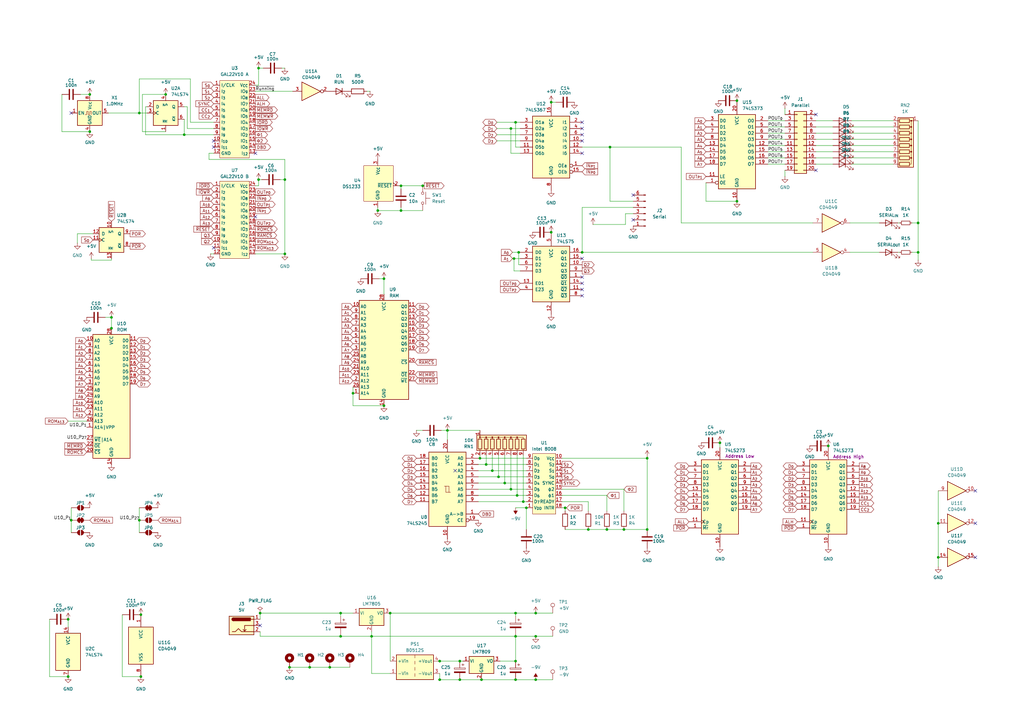
<source format=kicad_sch>
(kicad_sch (version 20250114) (generator "eeschema") (generator_version "9.0")
  (paper "A3")
  (junction (at 238.76 103.505))
  (junction (at 29.21 213.36))
  (junction (at 199.39 190.5))
  (junction (at 211.455 271.145))
  (junction (at 302.26 41.275))
  (junction (at 144.78 161.29))
  (junction (at 116.84 73.66))
  (junction (at 152.4 260.985))
  (junction (at 265.43 187.96))
  (junction (at 45.72 134.62))
  (junction (at 376.555 103.505))
  (junction (at 57.15 213.36))
  (junction (at 36.83 38.735))
  (junction (at 302.26 82.55))
  (junction (at 106.045 27.94))
  (junction (at 118.745 273.685))
  (junction (at 45.72 130.175))
  (junction (at 209.55 52.705))
  (junction (at 164.465 86.36))
  (junction (at 209.55 200.66))
  (junction (at 27.94 254))
  (junction (at 188.595 278.765))
  (junction (at 384.81 214.63))
  (junction (at 57.785 277.495))
  (junction (at 212.09 203.2))
  (junction (at 164.465 76.2))
  (junction (at 106.045 73.66))
  (junction (at 157.48 166.37))
  (junction (at 36.83 53.975))
  (junction (at 160.02 251.46))
  (junction (at 57.15 46.355))
  (junction (at 57.785 252.095))
  (junction (at 188.595 271.145))
  (junction (at 135.255 273.685))
  (junction (at 27.94 277.495))
  (junction (at 139.7 251.46))
  (junction (at 157.48 114.3))
  (junction (at 173.355 76.2))
  (junction (at 211.455 251.46))
  (junction (at 248.92 217.17))
  (junction (at 196.85 187.96))
  (junction (at 219.71 251.46))
  (junction (at 215.9 208.28))
  (junction (at 180.34 271.145))
  (junction (at 211.455 260.985))
  (junction (at 180.34 278.765))
  (junction (at 210.82 106.045))
  (junction (at 214.63 205.74))
  (junction (at 231.775 208.28))
  (junction (at 265.43 217.17))
  (junction (at 226.06 95.25))
  (junction (at 106.68 251.46))
  (junction (at 212.725 103.505))
  (junction (at 197.485 278.765))
  (junction (at 201.93 193.04))
  (junction (at 339.725 182.88))
  (junction (at 154.94 86.36))
  (junction (at 255.905 217.17))
  (junction (at 211.455 278.765))
  (junction (at 183.515 176.53))
  (junction (at 75.565 55.245))
  (junction (at 241.3 217.17))
  (junction (at 127 273.685))
  (junction (at 226.06 41.91))
  (junction (at 376.555 91.44))
  (junction (at 384.81 228.6))
  (junction (at 219.71 278.765))
  (junction (at 207.01 198.12))
  (junction (at 211.455 50.165))
  (junction (at 250.19 60.325))
  (junction (at 67.945 38.735))
  (junction (at 295.275 181.61))
  (junction (at 116.84 104.14))
  (junction (at 139.7 260.985))
  (junction (at 204.47 195.58))
  (junction (at 219.71 260.985))
  (no_connect (at 238.76 52.705))
  (no_connect (at 29.21 46.355))
  (no_connect (at 238.76 116.205))
  (no_connect (at 238.76 113.665))
  (no_connect (at 238.76 62.865))
  (no_connect (at 259.715 90.17))
  (no_connect (at 238.76 118.745))
  (no_connect (at 259.715 80.01))
  (no_connect (at 400.05 201.295))
  (no_connect (at 87.63 101.6))
  (no_connect (at 400.05 214.63))
  (no_connect (at 106.68 256.54))
  (no_connect (at 238.76 106.045))
  (no_connect (at 186.69 193.04))
  (no_connect (at 400.05 228.6))
  (no_connect (at 104.775 62.865))
  (no_connect (at 238.76 121.285))
  (no_connect (at 238.76 57.785))
  (no_connect (at 334.645 46.99))
  (no_connect (at 238.76 55.245))
  (no_connect (at 87.63 57.785))
  (no_connect (at 334.645 69.85))
  (no_connect (at 238.76 50.165))
  (no_connect (at 104.775 88.9))
  (no_connect (at 87.63 60.325))
  (wire (pts (xy 164.465 76.2) (xy 164.465 77.47)))
  (wire (pts (xy 210.185 106.045) (xy 210.82 106.045)))
  (wire (pts (xy 160.02 271.145) (xy 160.02 251.46)))
  (wire (pts (xy 20.32 277.495) (xy 20.32 254)))
  (wire (pts (xy 204.47 195.58) (xy 204.47 186.69)))
  (wire (pts (xy 226.06 41.91) (xy 226.06 42.545)))
  (wire (pts (xy 384.81 201.295) (xy 384.81 214.63)))
  (wire (pts (xy 374.015 91.44) (xy 376.555 91.44)))
  (wire (pts (xy 203.835 57.785) (xy 213.36 57.785)))
  (wire (pts (xy 203.835 52.705) (xy 209.55 52.705)))
  (wire (pts (xy 57.15 213.36) (xy 57.15 208.28)))
  (wire (pts (xy 255.905 200.66) (xy 230.505 200.66)))
  (wire (pts (xy 38.1 95.885) (xy 31.75 95.885)))
  (wire (pts (xy 349.25 67.31) (xy 366.395 67.31)))
  (wire (pts (xy 279.4 91.44) (xy 279.4 60.325)))
  (wire (pts (xy 196.215 187.96) (xy 196.85 187.96)))
  (wire (pts (xy 199.39 190.5) (xy 199.39 186.69)))
  (wire (pts (xy 250.19 60.325) (xy 238.76 60.325)))
  (wire (pts (xy 348.615 91.44) (xy 360.68 91.44)))
  (wire (pts (xy 106.68 251.46) (xy 106.68 254)))
  (wire (pts (xy 152.4 260.985) (xy 211.455 260.985)))
  (wire (pts (xy 213.36 62.865) (xy 209.55 62.865)))
  (wire (pts (xy 78.105 50.165) (xy 78.105 32.385)))
  (wire (pts (xy 78.105 32.385) (xy 57.15 32.385)))
  (wire (pts (xy 106.68 259.08) (xy 106.68 260.985)))
  (wire (pts (xy 152.4 260.985) (xy 139.7 260.985)))
  (wire (pts (xy 196.215 190.5) (xy 199.39 190.5)))
  (wire (pts (xy 314.96 49.53) (xy 321.945 49.53)))
  (wire (pts (xy 50.165 252.095) (xy 50.165 277.495)))
  (wire (pts (xy 201.93 193.04) (xy 201.93 186.69)))
  (wire (pts (xy 250.19 82.55) (xy 259.715 82.55)))
  (wire (pts (xy 45.72 106.68) (xy 45.72 106.045)))
  (wire (pts (xy 37.465 106.68) (xy 37.465 106.045)))
  (wire (pts (xy 212.725 103.505) (xy 213.36 103.505)))
  (wire (pts (xy 164.465 76.2) (xy 173.355 76.2)))
  (wire (pts (xy 179.705 271.145) (xy 180.34 271.145)))
  (wire (pts (xy 376.555 106.68) (xy 376.555 103.505)))
  (wire (pts (xy 160.02 276.225) (xy 152.4 276.225)))
  (wire (pts (xy 50.165 277.495) (xy 57.785 277.495)))
  (wire (pts (xy 154.94 86.36) (xy 154.94 85.09)))
  (wire (pts (xy 60.325 43.815) (xy 59.69 43.815)))
  (wire (pts (xy 86.36 104.14) (xy 87.63 104.14)))
  (wire (pts (xy 255.905 200.66) (xy 255.905 209.55)))
  (wire (pts (xy 197.485 278.765) (xy 211.455 278.765)))
  (wire (pts (xy 152.4 259.08) (xy 152.4 260.985)))
  (wire (pts (xy 43.18 130.175) (xy 45.72 130.175)))
  (wire (pts (xy 196.85 176.53) (xy 183.515 176.53)))
  (wire (pts (xy 238.76 103.505) (xy 333.375 103.505)))
  (wire (pts (xy 116.84 73.66) (xy 114.935 73.66)))
  (wire (pts (xy 232.41 208.28) (xy 231.775 208.28)))
  (wire (pts (xy 199.39 190.5) (xy 215.9 190.5)))
  (wire (pts (xy 265.43 217.17) (xy 255.905 217.17)))
  (wire (pts (xy 196.215 193.04) (xy 201.93 193.04)))
  (wire (pts (xy 201.93 193.04) (xy 215.9 193.04)))
  (wire (pts (xy 85.725 65.405) (xy 116.84 65.405)))
  (wire (pts (xy 334.645 54.61) (xy 341.63 54.61)))
  (wire (pts (xy 349.25 62.23) (xy 366.395 62.23)))
  (wire (pts (xy 31.75 95.885) (xy 31.75 99.695)))
  (wire (pts (xy 265.43 187.96) (xy 265.43 217.17)))
  (wire (pts (xy 196.215 205.74) (xy 214.63 205.74)))
  (wire (pts (xy 180.34 276.225) (xy 180.34 278.765)))
  (wire (pts (xy 76.835 43.815) (xy 75.565 43.815)))
  (wire (pts (xy 211.455 251.46) (xy 219.71 251.46)))
  (wire (pts (xy 248.92 203.2) (xy 248.92 209.55)))
  (wire (pts (xy 188.595 278.765) (xy 197.485 278.765)))
  (wire (pts (xy 188.595 271.145) (xy 189.865 271.145)))
  (wire (pts (xy 231.775 208.28) (xy 230.505 208.28)))
  (wire (pts (xy 209.55 52.705) (xy 213.36 52.705)))
  (wire (pts (xy 107.315 73.66) (xy 106.045 73.66)))
  (wire (pts (xy 349.25 54.61) (xy 366.395 54.61)))
  (wire (pts (xy 376.555 103.505) (xy 374.015 103.505)))
  (wire (pts (xy 180.34 271.145) (xy 188.595 271.145)))
  (wire (pts (xy 226.06 95.25) (xy 226.06 95.885)))
  (wire (pts (xy 163.83 76.2) (xy 164.465 76.2)))
  (wire (pts (xy 314.96 64.77) (xy 321.945 64.77)))
  (wire (pts (xy 256.54 87.63) (xy 259.715 87.63)))
  (wire (pts (xy 75.565 48.895) (xy 75.565 55.245)))
  (wire (pts (xy 211.455 260.35) (xy 211.455 260.985)))
  (wire (pts (xy 76.835 52.705) (xy 76.835 43.815)))
  (wire (pts (xy 27.94 277.495) (xy 20.32 277.495)))
  (wire (pts (xy 203.835 55.245) (xy 213.36 55.245)))
  (wire (pts (xy 144.78 161.29) (xy 144.78 166.37)))
  (wire (pts (xy 250.19 60.325) (xy 250.19 82.55)))
  (wire (pts (xy 135.255 273.685) (xy 143.51 273.685)))
  (wire (pts (xy 238.76 85.09) (xy 238.76 103.505)))
  (wire (pts (xy 170.815 176.53) (xy 173.355 176.53)))
  (wire (pts (xy 27.94 254) (xy 27.94 257.175)))
  (wire (pts (xy 333.375 91.44) (xy 279.4 91.44)))
  (wire (pts (xy 230.505 203.2) (xy 248.92 203.2)))
  (wire (pts (xy 349.25 49.53) (xy 366.395 49.53)))
  (wire (pts (xy 207.01 198.12) (xy 215.9 198.12)))
  (wire (pts (xy 214.63 205.74) (xy 215.9 205.74)))
  (wire (pts (xy 139.7 260.35) (xy 139.7 260.985)))
  (wire (pts (xy 196.215 195.58) (xy 204.47 195.58)))
  (wire (pts (xy 314.96 59.69) (xy 321.945 59.69)))
  (wire (pts (xy 151.765 37.465) (xy 150.495 37.465)))
  (wire (pts (xy 57.15 46.355) (xy 60.325 46.355)))
  (wire (pts (xy 212.09 203.2) (xy 215.9 203.2)))
  (wire (pts (xy 210.82 111.125) (xy 210.82 106.045)))
  (wire (pts (xy 25.4 38.735) (xy 25.4 53.975)))
  (wire (pts (xy 348.615 103.505) (xy 360.68 103.505)))
  (wire (pts (xy 205.105 271.145) (xy 211.455 271.145)))
  (wire (pts (xy 29.21 213.36) (xy 29.21 208.28)))
  (wire (pts (xy 104.775 37.465) (xy 120.015 37.465)))
  (wire (pts (xy 58.42 38.735) (xy 58.42 53.975)))
  (wire (pts (xy 59.69 43.815) (xy 59.69 55.245)))
  (wire (pts (xy 164.465 86.36) (xy 173.355 86.36)))
  (wire (pts (xy 87.63 52.705) (xy 76.835 52.705)))
  (wire (pts (xy 211.455 208.28) (xy 215.9 208.28)))
  (wire (pts (xy 334.645 59.69) (xy 341.63 59.69)))
  (wire (pts (xy 45.72 134.62) (xy 45.72 135.255)))
  (wire (pts (xy 231.775 217.17) (xy 241.3 217.17)))
  (wire (pts (xy 334.645 49.53) (xy 341.63 49.53)))
  (wire (pts (xy 115.57 27.94) (xy 116.84 27.94)))
  (wire (pts (xy 33.02 38.735) (xy 36.83 38.735)))
  (wire (pts (xy 241.3 205.74) (xy 230.505 205.74)))
  (wire (pts (xy 241.3 209.55) (xy 241.3 205.74)))
  (wire (pts (xy 67.945 38.735) (xy 58.42 38.735)))
  (wire (pts (xy 210.82 106.045) (xy 213.36 106.045)))
  (wire (pts (xy 118.745 273.685) (xy 127 273.685)))
  (wire (pts (xy 215.9 208.28) (xy 215.9 217.17)))
  (wire (pts (xy 44.45 46.355) (xy 57.15 46.355)))
  (wire (pts (xy 289.56 82.55) (xy 302.26 82.55)))
  (wire (pts (xy 314.96 54.61) (xy 321.945 54.61)))
  (wire (pts (xy 211.455 60.325) (xy 211.455 50.165)))
  (wire (pts (xy 107.95 27.94) (xy 106.045 27.94)))
  (wire (pts (xy 279.4 60.325) (xy 250.19 60.325)))
  (wire (pts (xy 196.215 200.66) (xy 209.55 200.66)))
  (wire (pts (xy 209.55 200.66) (xy 215.9 200.66)))
  (wire (pts (xy 212.09 203.2) (xy 212.09 186.69)))
  (wire (pts (xy 85.725 62.865) (xy 87.63 62.865)))
  (wire (pts (xy 106.045 73.66) (xy 106.045 76.2)))
  (wire (pts (xy 289.56 74.93) (xy 289.56 82.55)))
  (wire (pts (xy 152.4 260.985) (xy 152.4 276.225)))
  (wire (pts (xy 211.455 260.985) (xy 211.455 271.145)))
  (wire (pts (xy 207.01 198.12) (xy 207.01 186.69)))
  (wire (pts (xy 231.775 209.55) (xy 231.775 208.28)))
  (wire (pts (xy 173.355 76.2) (xy 173.99 76.2)))
  (wire (pts (xy 87.63 55.245) (xy 75.565 55.245)))
  (wire (pts (xy 334.645 52.07) (xy 341.63 52.07)))
  (wire (pts (xy 196.215 203.2) (xy 212.09 203.2)))
  (wire (pts (xy 384.81 214.63) (xy 384.81 228.6)))
  (wire (pts (xy 144.78 158.75) (xy 144.78 161.29)))
  (wire (pts (xy 116.84 73.66) (xy 116.84 104.14)))
  (wire (pts (xy 37.465 106.68) (xy 45.72 106.68)))
  (wire (pts (xy 314.96 52.07) (xy 321.945 52.07)))
  (wire (pts (xy 179.705 278.765) (xy 180.34 278.765)))
  (wire (pts (xy 139.7 251.46) (xy 144.78 251.46)))
  (wire (pts (xy 213.36 60.325) (xy 211.455 60.325)))
  (wire (pts (xy 204.47 195.58) (xy 215.9 195.58)))
  (wire (pts (xy 196.85 187.96) (xy 196.85 186.69)))
  (wire (pts (xy 227.965 41.91) (xy 226.06 41.91)))
  (wire (pts (xy 27.94 172.72) (xy 35.56 172.72)))
  (wire (pts (xy 214.63 205.74) (xy 214.63 186.69)))
  (wire (pts (xy 219.71 278.765) (xy 226.695 278.765)))
  (wire (pts (xy 183.515 180.34) (xy 183.515 176.53)))
  (wire (pts (xy 314.96 62.23) (xy 321.945 62.23)))
  (wire (pts (xy 144.78 166.37) (xy 157.48 166.37)))
  (wire (pts (xy 384.81 228.6) (xy 384.81 232.41)))
  (wire (pts (xy 29.21 213.36) (xy 29.21 218.44)))
  (wire (pts (xy 212.725 108.585) (xy 212.725 103.505)))
  (wire (pts (xy 209.55 62.865) (xy 209.55 52.705)))
  (wire (pts (xy 334.645 57.15) (xy 341.63 57.15)))
  (wire (pts (xy 256.54 92.075) (xy 256.54 87.63)))
  (wire (pts (xy 106.045 34.925) (xy 104.775 34.925)))
  (wire (pts (xy 59.69 55.245) (xy 75.565 55.245)))
  (wire (pts (xy 259.715 85.09) (xy 238.76 85.09)))
  (wire (pts (xy 210.185 103.505) (xy 212.725 103.505)))
  (wire (pts (xy 211.455 50.165) (xy 213.36 50.165)))
  (wire (pts (xy 25.4 53.975) (xy 36.83 53.975)))
  (wire (pts (xy 180.34 278.765) (xy 188.595 278.765)))
  (wire (pts (xy 219.71 260.985) (xy 226.695 260.985)))
  (wire (pts (xy 256.54 92.075) (xy 243.205 92.075)))
  (wire (pts (xy 209.55 200.66) (xy 209.55 186.69)))
  (wire (pts (xy 106.68 251.46) (xy 139.7 251.46)))
  (wire (pts (xy 349.25 57.15) (xy 366.395 57.15)))
  (wire (pts (xy 213.36 111.125) (xy 210.82 111.125)))
  (wire (pts (xy 211.455 260.985) (xy 219.71 260.985)))
  (wire (pts (xy 230.505 187.96) (xy 265.43 187.96)))
  (wire (pts (xy 368.3 103.505) (xy 368.935 103.505)))
  (wire (pts (xy 45.72 130.175) (xy 45.72 134.62)))
  (wire (pts (xy 106.045 27.94) (xy 106.045 34.925)))
  (wire (pts (xy 219.71 251.46) (xy 226.695 251.46)))
  (wire (pts (xy 339.725 182.88) (xy 339.725 183.515)))
  (wire (pts (xy 203.835 50.165) (xy 211.455 50.165)))
  (wire (pts (xy 321.945 46.99) (xy 321.945 44.45)))
  (wire (pts (xy 196.215 198.12) (xy 207.01 198.12)))
  (wire (pts (xy 349.25 64.77) (xy 366.395 64.77)))
  (wire (pts (xy 160.02 251.46) (xy 211.455 251.46)))
  (wire (pts (xy 349.25 59.69) (xy 366.395 59.69)))
  (wire (pts (xy 255.905 217.17) (xy 248.92 217.17)))
  (wire (pts (xy 164.465 85.09) (xy 164.465 86.36)))
  (wire (pts (xy 57.15 213.36) (xy 57.15 218.44)))
  (wire (pts (xy 211.455 278.765) (xy 219.71 278.765)))
  (wire (pts (xy 295.275 181.61) (xy 295.275 183.515)))
  (wire (pts (xy 334.645 67.31) (xy 341.63 67.31)))
  (wire (pts (xy 127 273.685) (xy 135.255 273.685)))
  (wire (pts (xy 314.96 67.31) (xy 321.945 67.31)))
  (wire (pts (xy 157.48 114.3) (xy 157.48 120.65)))
  (wire (pts (xy 116.84 65.405) (xy 116.84 73.66)))
  (wire (pts (xy 139.7 252.73) (xy 139.7 251.46)))
  (wire (pts (xy 241.3 217.17) (xy 248.92 217.17)))
  (wire (pts (xy 85.725 65.405) (xy 85.725 62.865)))
  (wire (pts (xy 334.645 62.23) (xy 341.63 62.23)))
  (wire (pts (xy 58.42 53.975) (xy 67.945 53.975)))
  (wire (pts (xy 376.555 91.44) (xy 376.555 103.505)))
  (wire (pts (xy 376.555 49.53) (xy 376.555 91.44)))
  (wire (pts (xy 321.945 69.85) (xy 321.945 72.39)))
  (wire (pts (xy 368.3 91.44) (xy 368.935 91.44)))
  (wire (pts (xy 183.515 176.53) (xy 180.975 176.53)))
  (wire (pts (xy 106.68 260.985) (xy 139.7 260.985)))
  (wire (pts (xy 87.63 50.165) (xy 78.105 50.165)))
  (wire (pts (xy 57.15 32.385) (xy 57.15 46.355)))
  (wire (pts (xy 116.84 104.14) (xy 104.775 104.14)))
  (wire (pts (xy 155.575 114.3) (xy 157.48 114.3)))
  (wire (pts (xy 104.775 76.2) (xy 106.045 76.2)))
  (wire (pts (xy 314.96 57.15) (xy 321.945 57.15)))
  (wire (pts (xy 334.645 64.77) (xy 341.63 64.77)))
  (wire (pts (xy 302.26 41.275) (xy 302.26 41.91)))
  (wire (pts (xy 164.465 86.36) (xy 154.94 86.36)))
  (wire (pts (xy 211.455 252.73) (xy 211.455 251.46)))
  (wire (pts (xy 213.36 108.585) (xy 212.725 108.585)))
  (wire (pts (xy 349.25 52.07) (xy 366.395 52.07)))
  (wire (pts (xy 265.43 187.325) (xy 265.43 187.96)))
  (wire (pts (xy 196.85 187.96) (xy 215.9 187.96)))
  (label "POUT_{7}" (at 314.96 67.31 0))
  (label "U10_P_{27}" (at 57.15 213.36 180))
  (label "U10_P_{27}" (at 35.56 180.34 180))
  (label "POUT_{5}" (at 314.96 62.23 0))
  (label "POUT_{1}" (at 314.96 52.07 0))
  (label "U10_P_{1}" (at 29.21 213.36 180))
  (label "POUT_{4}" (at 314.96 59.69 0))
  (label "POUT_{6}" (at 314.96 64.77 0))
  (label "POUT_{2}" (at 314.96 54.61 0))
  (label "POUT_{0}" (at 314.96 49.53 0))
  (label "~{Running}" (at 104.775 37.465 0))
  (label "POUT_{3}" (at 314.96 57.15 0))
  (label "U10_P_{1}" (at 35.56 175.26 180))
  (global_label "D_{0}" (shape bidirectional) (at 282.575 191.135 180) (property "Intersheetrefs" "${INTERSHEET_REFS}" (effects (hide yes))))
  (global_label "DBD" (shape output) (at 104.775 60.325 0) (property "Intersheetrefs" "${INTERSHEET_REFS}" (effects (hide yes))))
  (global_label "Φ1" (shape output) (at 104.775 55.245 0) (property "Intersheetrefs" "${INTERSHEET_REFS}" (effects (hide yes))))
  (global_label "D_{1}" (shape bidirectional) (at 203.835 52.705 180) (property "Intersheetrefs" "${INTERSHEET_REFS}" (effects (hide yes))))
  (global_label "D_{1}" (shape bidirectional) (at 282.575 193.675 180) (property "Intersheetrefs" "${INTERSHEET_REFS}" (effects (hide yes))))
  (global_label "OUT_{P0}" (shape output) (at 104.775 78.74 0) (property "Intersheetrefs" "${INTERSHEET_REFS}" (effects (hide yes))))
  (global_label "ALL" (shape output) (at 104.775 40.005 0) (property "Intersheetrefs" "${INTERSHEET_REFS}" (effects (hide yes))))
  (global_label "D_{3}" (shape bidirectional) (at 203.835 57.785 180) (property "Intersheetrefs" "${INTERSHEET_REFS}" (effects (hide yes))))
  (global_label "A_{3}" (shape output) (at 307.975 198.755 0) (property "Intersheetrefs" "${INTERSHEET_REFS}" (effects (hide yes))))
  (global_label "A_{7}" (shape input) (at 144.78 143.51 180) (property "Intersheetrefs" "${INTERSHEET_REFS}" (effects (hide yes))))
  (global_label "ALH" (shape input) (at 327.025 213.995 180) (property "Intersheetrefs" "${INTERSHEET_REFS}" (effects (hide yes))))
  (global_label "D_{4}" (shape bidirectional) (at 170.18 135.89 0) (property "Intersheetrefs" "${INTERSHEET_REFS}" (effects (hide yes))))
  (global_label "SYNC" (shape input) (at 87.63 42.545 180) (property "Intersheetrefs" "${INTERSHEET_REFS}" (effects (hide yes))))
  (global_label "ROM_{A14}" (shape input) (at 36.83 213.36 0) (property "Intersheetrefs" "${INTERSHEET_REFS}" (effects (hide yes))))
  (global_label "D_{3}" (shape bidirectional) (at 170.18 133.35 0) (property "Intersheetrefs" "${INTERSHEET_REFS}" (effects (hide yes))))
  (global_label "~{POR}" (shape output) (at 53.34 100.965 0) (property "Intersheetrefs" "${INTERSHEET_REFS}" (effects (hide yes))))
  (global_label "A_{12}" (shape input) (at 35.56 170.18 180) (property "Intersheetrefs" "${INTERSHEET_REFS}" (effects (hide yes))))
  (global_label "Q3" (shape input) (at 87.63 96.52 180) (property "Intersheetrefs" "${INTERSHEET_REFS}" (effects (hide yes))))
  (global_label "A_{11}" (shape input) (at 35.56 167.64 180) (property "Intersheetrefs" "${INTERSHEET_REFS}" (effects (hide yes))))
  (global_label "ROM_{A13}" (shape input) (at 27.94 172.72 180) (property "Intersheetrefs" "${INTERSHEET_REFS}" (effects (hide yes))))
  (global_label "Φ2" (shape input) (at 255.905 200.66 0) (property "Intersheetrefs" "${INTERSHEET_REFS}" (effects (hide yes))))
  (global_label "A_{6}" (shape input) (at 35.56 154.94 180) (property "Intersheetrefs" "${INTERSHEET_REFS}" (effects (hide yes))))
  (global_label "D_{4}" (shape bidirectional) (at 170.815 198.12 180) (property "Intersheetrefs" "${INTERSHEET_REFS}" (effects (hide yes))))
  (global_label "POR" (shape output) (at 53.34 95.885 0) (property "Intersheetrefs" "${INTERSHEET_REFS}" (effects (hide yes))))
  (global_label "A_{0}" (shape output) (at 307.975 191.135 0) (property "Intersheetrefs" "${INTERSHEET_REFS}" (effects (hide yes))))
  (global_label "D_{4}" (shape bidirectional) (at 327.025 201.295 180) (property "Intersheetrefs" "${INTERSHEET_REFS}" (effects (hide yes))))
  (global_label "A_{6}" (shape output) (at 307.975 206.375 0) (property "Intersheetrefs" "${INTERSHEET_REFS}" (effects (hide yes))))
  (global_label "~{MEMRD}" (shape input) (at 170.18 153.67 0) (property "Intersheetrefs" "${INTERSHEET_REFS}" (effects (hide yes))))
  (global_label "~{MEMRD}" (shape output) (at 104.775 45.085 0) (property "Intersheetrefs" "${INTERSHEET_REFS}" (effects (hide yes))))
  (global_label "D_{5}" (shape bidirectional) (at 170.18 138.43 0) (property "Intersheetrefs" "${INTERSHEET_REFS}" (effects (hide yes))))
  (global_label "D_{2}" (shape bidirectional) (at 170.18 130.81 0) (property "Intersheetrefs" "${INTERSHEET_REFS}" (effects (hide yes))))
  (global_label "~{IN_{P1}}" (shape input) (at 238.76 67.945 0) (property "Intersheetrefs" "${INTERSHEET_REFS}" (effects (hide yes))))
  (global_label "D_{3}" (shape bidirectional) (at 327.025 198.755 180) (property "Intersheetrefs" "${INTERSHEET_REFS}" (effects (hide yes))))
  (global_label "D_{1}" (shape bidirectional) (at 55.88 142.24 0) (property "Intersheetrefs" "${INTERSHEET_REFS}" (effects (hide yes))))
  (global_label "A_{2}" (shape input) (at 289.56 54.61 180) (property "Intersheetrefs" "${INTERSHEET_REFS}" (effects (hide yes))))
  (global_label "A_{0}" (shape input) (at 144.78 125.73 180) (property "Intersheetrefs" "${INTERSHEET_REFS}" (effects (hide yes))))
  (global_label "A_{5}" (shape input) (at 35.56 152.4 180) (property "Intersheetrefs" "${INTERSHEET_REFS}" (effects (hide yes))))
  (global_label "A_{4}" (shape input) (at 289.56 59.69 180) (property "Intersheetrefs" "${INTERSHEET_REFS}" (effects (hide yes))))
  (global_label "D_{2}" (shape bidirectional) (at 170.815 193.04 180) (property "Intersheetrefs" "${INTERSHEET_REFS}" (effects (hide yes))))
  (global_label "POR" (shape input) (at 232.41 208.28 0) (property "Intersheetrefs" "${INTERSHEET_REFS}" (effects (hide yes))))
  (global_label "A_{7}" (shape input) (at 289.56 67.31 180) (property "Intersheetrefs" "${INTERSHEET_REFS}" (effects (hide yes))))
  (global_label "A_{9}" (shape input) (at 87.63 81.28 180) (property "Intersheetrefs" "${INTERSHEET_REFS}" (effects (hide yes))))
  (global_label "~{IN_{P1}}" (shape output) (at 104.775 86.36 0) (property "Intersheetrefs" "${INTERSHEET_REFS}" (effects (hide yes))))
  (global_label "D_{6}" (shape bidirectional) (at 327.025 206.375 180) (property "Intersheetrefs" "${INTERSHEET_REFS}" (effects (hide yes))))
  (global_label "~{IN_{P0}}" (shape input) (at 238.76 70.485 0) (property "Intersheetrefs" "${INTERSHEET_REFS}" (effects (hide yes))))
  (global_label "DBD" (shape input) (at 196.215 210.82 0) (property "Intersheetrefs" "${INTERSHEET_REFS}" (effects (hide yes))))
  (global_label "~{IORD}" (shape input) (at 87.63 76.2 180) (property "Intersheetrefs" "${INTERSHEET_REFS}" (effects (hide yes))))
  (global_label "Φ2" (shape output) (at 104.775 57.785 0) (property "Intersheetrefs" "${INTERSHEET_REFS}" (effects (hide yes))))
  (global_label "Q2" (shape output) (at 238.76 108.585 0) (property "Intersheetrefs" "${INTERSHEET_REFS}" (effects (hide yes))))
  (global_label "ROM_{A13}" (shape output) (at 104.775 101.6 0) (property "Intersheetrefs" "${INTERSHEET_REFS}" (effects (hide yes))))
  (global_label "OUT_{P2}" (shape input) (at 213.36 118.745 180) (property "Intersheetrefs" "${INTERSHEET_REFS}" (effects (hide yes))))
  (global_label "A_{5}" (shape input) (at 289.56 62.23 180) (property "Intersheetrefs" "${INTERSHEET_REFS}" (effects (hide yes))))
  (global_label "A_{3}" (shape input) (at 289.56 57.15 180) (property "Intersheetrefs" "${INTERSHEET_REFS}" (effects (hide yes))))
  (global_label "~{POR}" (shape input) (at 327.025 216.535 180) (property "Intersheetrefs" "${INTERSHEET_REFS}" (effects (hide yes))))
  (global_label "~{MEMWR}" (shape input) (at 170.18 156.21 0) (property "Intersheetrefs" "${INTERSHEET_REFS}" (effects (hide yes))))
  (global_label "OUT_{P2}" (shape output) (at 104.775 91.44 0) (property "Intersheetrefs" "${INTERSHEET_REFS}" (effects (hide yes))))
  (global_label "~{IOWR}" (shape output) (at 104.775 52.705 0) (property "Intersheetrefs" "${INTERSHEET_REFS}" (effects (hide yes))))
  (global_label "A_{4}" (shape output) (at 307.975 201.295 0) (property "Intersheetrefs" "${INTERSHEET_REFS}" (effects (hide yes))))
  (global_label "OUT_{P1}" (shape output) (at 104.775 83.82 0) (property "Intersheetrefs" "${INTERSHEET_REFS}" (effects (hide yes))))
  (global_label "~{MEMWR}" (shape output) (at 104.775 47.625 0) (property "Intersheetrefs" "${INTERSHEET_REFS}" (effects (hide yes))))
  (global_label "~{POR}" (shape input) (at 282.575 216.535 180) (property "Intersheetrefs" "${INTERSHEET_REFS}" (effects (hide yes))))
  (global_label "S_{1}" (shape input) (at 87.63 37.465 180) (property "Intersheetrefs" "${INTERSHEET_REFS}" (effects (hide yes))))
  (global_label "A_{11}" (shape input) (at 87.63 86.36 180) (property "Intersheetrefs" "${INTERSHEET_REFS}" (effects (hide yes))))
  (global_label "D_{6}" (shape bidirectional) (at 282.575 206.375 180) (property "Intersheetrefs" "${INTERSHEET_REFS}" (effects (hide yes))))
  (global_label "D_{0}" (shape bidirectional) (at 55.88 139.7 0) (property "Intersheetrefs" "${INTERSHEET_REFS}" (effects (hide yes))))
  (global_label "A_{5}" (shape input) (at 144.78 138.43 180) (property "Intersheetrefs" "${INTERSHEET_REFS}" (effects (hide yes))))
  (global_label "D_{3}" (shape bidirectional) (at 170.815 195.58 180) (property "Intersheetrefs" "${INTERSHEET_REFS}" (effects (hide yes))))
  (global_label "A_{1}" (shape output) (at 307.975 193.675 0) (property "Intersheetrefs" "${INTERSHEET_REFS}" (effects (hide yes))))
  (global_label "CC_{1}" (shape output) (at 352.425 206.375 0) (property "Intersheetrefs" "${INTERSHEET_REFS}" (effects (hide yes))))
  (global_label "A_{4}" (shape input) (at 35.56 149.86 180) (property "Intersheetrefs" "${INTERSHEET_REFS}" (effects (hide yes))))
  (global_label "A_{12}" (shape output) (at 352.425 201.295 0) (property "Intersheetrefs" "${INTERSHEET_REFS}" (effects (hide yes))))
  (global_label "A_{8}" (shape output) (at 352.425 191.135 0) (property "Intersheetrefs" "${INTERSHEET_REFS}" (effects (hide yes))))
  (global_label "A_{11}" (shape input) (at 144.78 153.67 180) (property "Intersheetrefs" "${INTERSHEET_REFS}" (effects (hide yes))))
  (global_label "A_{1}" (shape input) (at 144.78 128.27 180) (property "Intersheetrefs" "${INTERSHEET_REFS}" (effects (hide yes))))
  (global_label "D_{6}" (shape bidirectional) (at 170.815 203.2 180) (property "Intersheetrefs" "${INTERSHEET_REFS}" (effects (hide yes))))
  (global_label "D_{2}" (shape bidirectional) (at 203.835 55.245 180) (property "Intersheetrefs" "${INTERSHEET_REFS}" (effects (hide yes))))
  (global_label "D_{2}" (shape bidirectional) (at 327.025 196.215 180) (property "Intersheetrefs" "${INTERSHEET_REFS}" (effects (hide yes))))
  (global_label "D_{1}" (shape bidirectional) (at 170.815 190.5 180) (property "Intersheetrefs" "${INTERSHEET_REFS}" (effects (hide yes))))
  (global_label "A_{5}" (shape output) (at 307.975 203.835 0) (property "Intersheetrefs" "${INTERSHEET_REFS}" (effects (hide yes))))
  (global_label "S_{2}" (shape output) (at 230.505 190.5 0) (property "Intersheetrefs" "${INTERSHEET_REFS}" (effects (hide yes))))
  (global_label "~{IOWR}" (shape input) (at 87.63 78.74 180) (property "Intersheetrefs" "${INTERSHEET_REFS}" (effects (hide yes))))
  (global_label "D_{7}" (shape bidirectional) (at 282.575 208.915 180) (property "Intersheetrefs" "${INTERSHEET_REFS}" (effects (hide yes))))
  (global_label "~{RESET}" (shape input) (at 87.63 93.98 180) (property "Intersheetrefs" "${INTERSHEET_REFS}" (effects (hide yes))))
  (global_label "Q2" (shape input) (at 87.63 99.06 180) (property "Intersheetrefs" "${INTERSHEET_REFS}" (effects (hide yes))))
  (global_label "A_{8}" (shape input) (at 35.56 160.02 180) (property "Intersheetrefs" "${INTERSHEET_REFS}" (effects (hide yes))))
  (global_label "A_{6}" (shape input) (at 144.78 140.97 180) (property "Intersheetrefs" "${INTERSHEET_REFS}" (effects (hide yes))))
  (global_label "~{ROMCS}" (shape output) (at 104.775 93.98 0) (property "Intersheetrefs" "${INTERSHEET_REFS}" (effects (hide yes))))
  (global_label "CC_{1}" (shape input) (at 87.63 45.085 180) (property "Intersheetrefs" "${INTERSHEET_REFS}" (effects (hide yes))))
  (global_label "A_{12}" (shape input) (at 87.63 88.9 180) (property "Intersheetrefs" "${INTERSHEET_REFS}" (effects (hide yes))))
  (global_label "A_{1}" (shape input) (at 35.56 142.24 180) (property "Intersheetrefs" "${INTERSHEET_REFS}" (effects (hide yes))))
  (global_label "A_{13}" (shape output) (at 352.425 203.835 0) (property "Intersheetrefs" "${INTERSHEET_REFS}" (effects (hide yes))))
  (global_label "D_{3}" (shape bidirectional) (at 282.575 198.755 180) (property "Intersheetrefs" "${INTERSHEET_REFS}" (effects (hide yes))))
  (global_label "ROM_{A14}" (shape output) (at 104.775 99.06 0) (property "Intersheetrefs" "${INTERSHEET_REFS}" (effects (hide yes))))
  (global_label "~{RAMCS}" (shape input) (at 170.18 148.59 0) (property "Intersheetrefs" "${INTERSHEET_REFS}" (effects (hide yes))))
  (global_label "D_{5}" (shape bidirectional) (at 327.025 203.835 180) (property "Intersheetrefs" "${INTERSHEET_REFS}" (effects (hide yes))))
  (global_label "A_{0}" (shape input) (at 35.56 139.7 180) (property "Intersheetrefs" "${INTERSHEET_REFS}" (effects (hide yes))))
  (global_label "CC_{2}" (shape input) (at 87.63 47.625 180) (property "Intersheetrefs" "${INTERSHEET_REFS}" (effects (hide yes))))
  (global_label "SYNC" (shape output) (at 230.505 198.12 0) (property "Intersheetrefs" "${INTERSHEET_REFS}" (effects (hide yes))))
  (global_label "S_{1}" (shape output) (at 230.505 193.04 0) (property "Intersheetrefs" "${INTERSHEET_REFS}" (effects (hide yes))))
  (global_label "A_{9}" (shape input) (at 35.56 162.56 180) (property "Intersheetrefs" "${INTERSHEET_REFS}" (effects (hide yes))))
  (global_label "A_{3}" (shape input) (at 144.78 133.35 180) (property "Intersheetrefs" "${INTERSHEET_REFS}" (effects (hide yes))))
  (global_label "A_{11}" (shape output) (at 352.425 198.755 0) (property "Intersheetrefs" "${INTERSHEET_REFS}" (effects (hide yes))))
  (global_label "A_{9}" (shape input) (at 144.78 148.59 180) (property "Intersheetrefs" "${INTERSHEET_REFS}" (effects (hide yes))))
  (global_label "A_{1}" (shape input) (at 289.56 52.07 180) (property "Intersheetrefs" "${INTERSHEET_REFS}" (effects (hide yes))))
  (global_label "A_{2}" (shape output) (at 307.975 196.215 0) (property "Intersheetrefs" "${INTERSHEET_REFS}" (effects (hide yes))))
  (global_label "Q3" (shape output) (at 238.76 111.125 0) (property "Intersheetrefs" "${INTERSHEET_REFS}" (effects (hide yes))))
  (global_label "~{RESET}" (shape output) (at 173.99 76.2 0) (property "Intersheetrefs" "${INTERSHEET_REFS}" (effects (hide yes))))
  (global_label "D_{5}" (shape bidirectional) (at 55.88 152.4 0) (property "Intersheetrefs" "${INTERSHEET_REFS}" (effects (hide yes))))
  (global_label "~{ROMCS}" (shape input) (at 35.56 185.42 180) (property "Intersheetrefs" "${INTERSHEET_REFS}" (effects (hide yes))))
  (global_label "ALL" (shape input) (at 282.575 213.995 180) (property "Intersheetrefs" "${INTERSHEET_REFS}" (effects (hide yes))))
  (global_label "S_{0}" (shape input) (at 87.63 34.925 180) (property "Intersheetrefs" "${INTERSHEET_REFS}" (effects (hide yes))))
  (global_label "D_{4}" (shape bidirectional) (at 282.575 201.295 180) (property "Intersheetrefs" "${INTERSHEET_REFS}" (effects (hide yes))))
  (global_label "OUT_{P0}" (shape input) (at 213.36 116.205 180) (property "Intersheetrefs" "${INTERSHEET_REFS}" (effects (hide yes))))
  (global_label "D_{1}" (shape bidirectional) (at 327.025 193.675 180) (property "Intersheetrefs" "${INTERSHEET_REFS}" (effects (hide yes))))
  (global_label "A_{2}" (shape input) (at 35.56 144.78 180) (property "Intersheetrefs" "${INTERSHEET_REFS}" (effects (hide yes))))
  (global_label "D_{3}" (shape bidirectional) (at 55.88 147.32 0) (property "Intersheetrefs" "${INTERSHEET_REFS}" (effects (hide yes))))
  (global_label "S_{2}" (shape input) (at 87.63 40.005 180) (property "Intersheetrefs" "${INTERSHEET_REFS}" (effects (hide yes))))
  (global_label "~{IN_{P0}}" (shape output) (at 104.775 81.28 0) (property "Intersheetrefs" "${INTERSHEET_REFS}" (effects (hide yes))))
  (global_label "D_{6}" (shape bidirectional) (at 55.88 154.94 0) (property "Intersheetrefs" "${INTERSHEET_REFS}" (effects (hide yes))))
  (global_label "A_{7}" (shape output) (at 307.975 208.915 0) (property "Intersheetrefs" "${INTERSHEET_REFS}" (effects (hide yes))))
  (global_label "A_{1}" (shape input) (at 210.185 106.045 180) (property "Intersheetrefs" "${INTERSHEET_REFS}" (effects (hide yes))))
  (global_label "D_{0}" (shape bidirectional) (at 203.835 50.165 180) (property "Intersheetrefs" "${INTERSHEET_REFS}" (effects (hide yes))))
  (global_label "A_{7}" (shape input) (at 35.56 157.48 180) (property "Intersheetrefs" "${INTERSHEET_REFS}" (effects (hide yes))))
  (global_label "OUT_{P1}" (shape input) (at 289.56 72.39 180) (property "Intersheetrefs" "${INTERSHEET_REFS}" (effects (hide yes))))
  (global_label "CC_{2}" (shape output) (at 352.425 208.915 0) (property "Intersheetrefs" "${INTERSHEET_REFS}" (effects (hide yes))))
  (global_label "A_{13}" (shape input) (at 87.63 91.44 180) (property "Intersheetrefs" "${INTERSHEET_REFS}" (effects (hide yes))))
  (global_label "D_{5}" (shape bidirectional) (at 170.815 200.66 180) (property "Intersheetrefs" "${INTERSHEET_REFS}" (effects (hide yes))))
  (global_label "D_{7}" (shape bidirectional) (at 170.815 205.74 180) (property "Intersheetrefs" "${INTERSHEET_REFS}" (effects (hide yes))))
  (global_label "~{RESET}" (shape input) (at 45.72 90.805 90) (property "Intersheetrefs" "${INTERSHEET_REFS}" (effects (hide yes))))
  (global_label "ALH" (shape output) (at 104.775 42.545 0) (property "Intersheetrefs" "${INTERSHEET_REFS}" (effects (hide yes))))
  (global_label "~{RAMCS}" (shape output) (at 104.775 96.52 0) (property "Intersheetrefs" "${INTERSHEET_REFS}" (effects (hide yes))))
  (global_label "D_{7}" (shape bidirectional) (at 55.88 157.48 0) (property "Intersheetrefs" "${INTERSHEET_REFS}" (effects (hide yes))))
  (global_label "S_{0}" (shape input) (at 38.1 98.425 180) (property "Intersheetrefs" "${INTERSHEET_REFS}" (effects (hide yes))))
  (global_label "A_{10}" (shape input) (at 35.56 165.1 180) (property "Intersheetrefs" "${INTERSHEET_REFS}" (effects (hide yes))))
  (global_label "A_{4}" (shape input) (at 144.78 135.89 180) (property "Intersheetrefs" "${INTERSHEET_REFS}" (effects (hide yes))))
  (global_label "D_{6}" (shape bidirectional) (at 170.18 140.97 0) (property "Intersheetrefs" "${INTERSHEET_REFS}" (effects (hide yes))))
  (global_label "D_{0}" (shape bidirectional) (at 170.18 125.73 0) (property "Intersheetrefs" "${INTERSHEET_REFS}" (effects (hide yes))))
  (global_label "~{MEMRD}" (shape input) (at 35.56 182.88 180) (property "Intersheetrefs" "${INTERSHEET_REFS}" (effects (hide yes))))
  (global_label "D_{4}" (shape bidirectional) (at 55.88 149.86 0) (property "Intersheetrefs" "${INTERSHEET_REFS}" (effects (hide yes))))
  (global_label "~{IORD}" (shape output) (at 104.775 50.165 0) (property "Intersheetrefs" "${INTERSHEET_REFS}" (effects (hide yes))))
  (global_label "D_{7}" (shape bidirectional) (at 327.025 208.915 180) (property "Intersheetrefs" "${INTERSHEET_REFS}" (effects (hide yes))))
  (global_label "D_{5}" (shape bidirectional) (at 282.575 203.835 180) (property "Intersheetrefs" "${INTERSHEET_REFS}" (effects (hide yes))))
  (global_label "A_{8}" (shape input) (at 144.78 146.05 180) (property "Intersheetrefs" "${INTERSHEET_REFS}" (effects (hide yes))))
  (global_label "D_{0}" (shape bidirectional) (at 170.815 187.96 180) (property "Intersheetrefs" "${INTERSHEET_REFS}" (effects (hide yes))))
  (global_label "A_{12}" (shape input) (at 144.78 156.21 180) (property "Intersheetrefs" "${INTERSHEET_REFS}" (effects (hide yes))))
  (global_label "A_{2}" (shape input) (at 144.78 130.81 180) (property "Intersheetrefs" "${INTERSHEET_REFS}" (effects (hide yes))))
  (global_label "A_{6}" (shape input) (at 289.56 64.77 180) (property "Intersheetrefs" "${INTERSHEET_REFS}" (effects (hide yes))))
  (global_label "D_{2}" (shape bidirectional) (at 282.575 196.215 180) (property "Intersheetrefs" "${INTERSHEET_REFS}" (effects (hide yes))))
  (global_label "D_{2}" (shape bidirectional) (at 55.88 144.78 0) (property "Intersheetrefs" "${INTERSHEET_REFS}" (effects (hide yes))))
  (global_label "A_{9}" (shape output) (at 352.425 193.675 0) (property "Intersheetrefs" "${INTERSHEET_REFS}" (effects (hide yes))))
  (global_label "D_{7}" (shape bidirectional) (at 170.18 143.51 0) (property "Intersheetrefs" "${INTERSHEET_REFS}" (effects (hide yes))))
  (global_label "A_{10}" (shape input) (at 87.63 83.82 180) (property "Intersheetrefs" "${INTERSHEET_REFS}" (effects (hide yes))))
  (global_label "Φ1" (shape input) (at 248.92 203.2 0) (property "Intersheetrefs" "${INTERSHEET_REFS}" (effects (hide yes))))
  (global_label "A_{3}" (shape input) (at 35.56 147.32 180) (property "Intersheetrefs" "${INTERSHEET_REFS}" (effects (hide yes))))
  (global_label "A_{0}" (shape input) (at 210.185 103.505 180) (property "Intersheetrefs" "${INTERSHEET_REFS}" (effects (hide yes))))
  (global_label "ROM_{A14}" (shape input) (at 64.77 213.36 0) (property "Intersheetrefs" "${INTERSHEET_REFS}" (effects (hide yes))))
  (global_label "S_{0}" (shape output) (at 230.505 195.58 0) (property "Intersheetrefs" "${INTERSHEET_REFS}" (effects (hide yes))))
  (global_label "A_{0}" (shape input) (at 289.56 49.53 180) (property "Intersheetrefs" "${INTERSHEET_REFS}" (effects (hide yes))))
  (global_label "A_{10}" (shape output) (at 352.425 196.215 0) (property "Intersheetrefs" "${INTERSHEET_REFS}" (effects (hide yes))))
  (global_label "A_{10}" (shape input) (at 144.78 151.13 180) (property "Intersheetrefs" "${INTERSHEET_REFS}" (effects (hide yes))))
  (global_label "D_{0}" (shape bidirectional) (at 327.025 191.135 180) (property "Intersheetrefs" "${INTERSHEET_REFS}" (effects (hide yes))))
  (global_label "D_{1}" (shape bidirectional) (at 170.18 128.27 0) (property "Intersheetrefs" "${INTERSHEET_REFS}" (effects (hide yes))))
  (symbol (lib_id "power:GND") (at 64.77 218.44 0) (unit 1)
    (property "Reference" "#PWR036" (effects (hide yes)))
    (property "Value" "GND" (at 64.77 223.52 0))
    (property "Description" "Power symbol creates a global label with name \"GND\" , ground" (effects (hide yes)))
  )
  (symbol (lib_id "4xxx:4049") (at 127.635 37.465 0) (unit 1)
    (property "Reference" "U11" (at 127.635 29.21 0))
    (property "Value" "CD4049" (at 127.635 31.75 0))
    (property "Footprint" "Package_DIP:DIP-16_W7.62mm" (effects (hide yes)))
    (property "Datasheet" "http://www.intersil.com/content/dam/intersil/documents/cd40/cd4049ubms.pdf" (effects (hide yes)))
    (property "Description" "Hex Buffer Inverter" (effects (hide yes)))
  )
  (symbol (lib_id "power:GND") (at 154.94 86.36 0) (unit 1)
    (property "Reference" "#PWR05" (effects (hide yes)))
    (property "Value" "GND" (at 154.94 91.44 0))
    (property "Description" "Power symbol creates a global label with name \"GND\" , ground" (effects (hide yes)))
  )
  (symbol (lib_id "power:GND") (at 265.43 224.79 0) (unit 1)
    (property "Reference" "#PWR059" (effects (hide yes)))
    (property "Value" "GND" (at 265.43 229.87 0))
    (property "Description" "Power symbol creates a global label with name \"GND\" , ground" (effects (hide yes)))
  )
  (symbol (lib_id "power:GND") (at 339.725 224.155 0) (unit 1)
    (property "Reference" "#PWR013" (effects (hide yes)))
    (property "Value" "GND" (at 339.725 229.235 0))
    (property "Description" "Power symbol creates a global label with name \"GND\" , ground" (effects (hide yes)))
  )
  (symbol (lib_id "Memory_RAM:HM62256BLP") (at 157.48 143.51 0) (unit 1)
    (property "Reference" "U9" (at 159.6741 118.745 0) (effects (justify left)))
    (property "Value" "RAM" (at 159.6741 121.285 0) (effects (justify left)))
    (property "Footprint" "Package_DIP:DIP-28_W15.24mm" (effects (hide yes)))
    (property "Datasheet" "https://web.mit.edu/6.115/www/document/62256.pdf" (effects (hide yes)))
    (property "Description" "32,768-word × 8-bit High Speed CMOS Static RAM, 70ns, DIP-28" (effects (hide yes)))
  )
  (symbol (lib_id "power:+5V") (at 67.945 38.735 0) (unit 1)
    (property "Reference" "#PWR03" (effects (hide yes)))
    (property "Value" "+5V" (at 67.945 33.655 0))
    (property "Description" "Power symbol creates a global label with name \"+5V\"" (effects (hide yes)))
  )
  (symbol (lib_id "Device:LED") (at 345.44 54.61 0) (mirror y) (unit 1)
    (property "Reference" "D7" (at 347.0275 48.895 0))
    (property "Value" "P_{2}" (at 347.0275 51.435 0))
    (property "Footprint" "LED_THT:LED_D3.0mm" (effects (hide yes)))
    (property "Description" "Light emitting diode" (effects (hide yes)))
  )
  (symbol (lib_id "power:+5V") (at 57.785 252.095 0) (unit 1)
    (property "Reference" "#PWR038" (effects (hide yes)))
    (property "Value" "+5V" (at 57.785 247.65 0))
    (property "Description" "Power symbol creates a global label with name \"+5V\"" (effects (hide yes)))
  )
  (symbol (lib_id "Device:C") (at 265.43 220.98 0) (mirror x) (unit 1)
    (property "Reference" "C19" (at 270.1925 220.0275 0))
    (property "Value" "100n" (at 270.1925 221.9325 0))
    (property "Footprint" "Capacitor_THT:C_Disc_D3.0mm_W1.6mm_P2.50mm" (effects (hide yes)))
    (property "Description" "Unpolarized capacitor" (effects (hide yes)))
  )
  (symbol (lib_id "Jumper:SolderJumper_2_Bridged") (at 33.02 213.36 0) (unit 1) (in_bom no)
    (property "Reference" "JP2" (at 33.02 211.328 0))
    (property "Value" "1-A14" (effects (hide yes)))
    (property "Footprint" "Jumper:SolderJumper-2_P1.3mm_Bridged_RoundedPad1.0x1.5mm" (effects (hide yes)))
    (property "Description" "Solder Jumper, 2-pole, closed/bridged" (effects (hide yes)))
  )
  (symbol (lib_id "power:GND") (at 170.815 176.53 0) (mirror y) (unit 1)
    (property "Reference" "#PWR040" (effects (hide yes)))
    (property "Value" "GND" (at 170.815 180.975 0))
    (property "Description" "Power symbol creates a global label with name \"GND\" , ground" (effects (hide yes)))
  )
  (symbol (lib_id "power:GND") (at 295.275 224.155 0) (unit 1)
    (property "Reference" "#PWR014" (effects (hide yes)))
    (property "Value" "GND" (at 295.275 229.235 0))
    (property "Description" "Power symbol creates a global label with name \"GND\" , ground" (effects (hide yes)))
  )
  (symbol (lib_id "Device:R_Small") (at 371.475 103.505 90) (unit 1)
    (property "Reference" "R15" (at 371.475 97.79 90))
    (property "Value" "1K" (at 371.475 100.33 90))
    (property "Footprint" "Resistor_THT:R_Axial_DIN0204_L3.6mm_D1.6mm_P7.62mm_Horizontal" (effects (hide yes)))
    (property "Description" "Resistor, small symbol" (effects (hide yes)))
  )
  (symbol (lib_id "4xxx:4049") (at 392.43 201.295 0) (unit 4)
    (property "Reference" "U11" (at 392.43 192.405 0))
    (property "Value" "CD4049" (at 392.43 194.945 0))
    (property "Footprint" "Package_DIP:DIP-16_W7.62mm" (effects (hide yes)))
    (property "Datasheet" "http://www.intersil.com/content/dam/intersil/documents/cd40/cd4049ubms.pdf" (effects (hide yes)))
    (property "Description" "Hex Buffer Inverter" (effects (hide yes)))
  )
  (symbol (lib_id "4xxx:4049") (at 340.995 103.505 0) (mirror x) (unit 2)
    (property "Reference" "U11" (at 340.995 109.855 0))
    (property "Value" "CD4049" (at 340.995 112.395 0))
    (property "Footprint" "Package_DIP:DIP-16_W7.62mm" (effects (hide yes)))
    (property "Datasheet" "http://www.intersil.com/content/dam/intersil/documents/cd40/cd4049ubms.pdf" (effects (hide yes)))
    (property "Description" "Hex Buffer Inverter" (effects (hide yes)))
  )
  (symbol (lib_id "Connector:TestPoint") (at 226.695 260.985 0) (unit 1)
    (property "Reference" "TP2" (at 229.235 256.4129 0) (effects (justify left)))
    (property "Value" "GND" (at 229.235 258.9529 0) (effects (justify left)))
    (property "Footprint" "TestPoint:TestPoint_THTPad_1.0x1.0mm_Drill0.5mm" (effects (hide yes)))
    (property "Description" "test point" (effects (hide yes)))
  )
  (symbol (lib_id "Device:LED") (at 364.49 103.505 0) (mirror y) (unit 1)
    (property "Reference" "D4" (at 364.49 97.79 0))
    (property "Value" "SERIAL_{OUT}" (at 364.49 100.33 0))
    (property "Footprint" "LED_THT:LED_D3.0mm" (effects (hide yes)))
    (property "Description" "Light emitting diode" (effects (hide yes)))
  )
  (symbol (lib_id "Device:C") (at 164.465 81.28 0) (unit 1)
    (property "Reference" "C2" (at 167.64 80.01 0) (effects (justify left)))
    (property "Value" "10n" (at 167.64 82.55 0) (effects (justify left)))
    (property "Footprint" "Capacitor_THT:C_Disc_D3.0mm_W1.6mm_P2.50mm" (effects (hide yes)))
    (property "Description" "Unpolarized capacitor" (effects (hide yes)))
  )
  (symbol (lib_id "power:+5V") (at 265.43 187.325 0) (mirror y) (unit 1)
    (property "Reference" "#PWR07" (effects (hide yes)))
    (property "Value" "+5V" (at 265.43 182.245 0))
    (property "Description" "Power symbol creates a global label with name \"+5V\"" (effects (hide yes)))
  )
  (symbol (lib_id "power:+5V") (at 183.515 176.53 0) (mirror y) (unit 1)
    (property "Reference" "#PWR027" (effects (hide yes)))
    (property "Value" "+5V" (at 183.515 171.45 0))
    (property "Description" "Power symbol creates a global label with name \"+5V\"" (effects (hide yes)))
  )
  (symbol (lib_id "Device:R") (at 255.905 213.36 0) (mirror x) (unit 1)
    (property "Reference" "R4" (at 257.81 214.6301 0) (effects (justify left)))
    (property "Value" "1K" (at 257.81 212.0901 0) (effects (justify left)))
    (property "Footprint" "Resistor_THT:R_Axial_DIN0204_L3.6mm_D1.6mm_P7.62mm_Horizontal" (effects (hide yes)))
    (property "Description" "Resistor" (effects (hide yes)))
  )
  (symbol (lib_id "power:GND") (at 36.83 53.975 0) (unit 1)
    (property "Reference" "#PWR02" (effects (hide yes)))
    (property "Value" "GND" (at 36.83 58.42 0))
    (property "Description" "Power symbol creates a global label with name \"GND\" , ground" (effects (hide yes)))
  )
  (symbol (lib_id "Switch:SW_Push") (at 173.355 81.28 270) (mirror x) (unit 1)
    (property "Reference" "SW1" (at 177.165 80.0099 90) (effects (justify left)))
    (property "Value" "Reset" (at 177.165 82.5499 90) (effects (justify left)))
    (property "Footprint" "Button_Switch_THT:SW_Tactile_SPST_Angled_PTS645Vx58-2LFS" (effects (hide yes)))
    (property "Description" "Push button switch, generic, two pins" (effects (hide yes)))
  )
  (symbol (lib_id "power:+5V") (at 36.83 208.28 0) (unit 1)
    (property "Reference" "#PWR061" (effects (hide yes)))
    (property "Value" "+5V" (at 36.83 203.2 0))
    (property "Description" "Power symbol creates a global label with name \"+5V\"" (effects (hide yes)))
  )
  (symbol (lib_id "power:+5V") (at 302.26 41.275 0) (unit 1)
    (property "Reference" "#PWR055" (effects (hide yes)))
    (property "Value" "+5V" (at 302.26 36.83 0))
    (property "Description" "Power symbol creates a global label with name \"+5V\"" (effects (hide yes)))
  )
  (symbol (lib_id "Symbols:GAL22V10") (at 87.63 76.2 0) (unit 1)
    (property "Reference" "U7" (at 96.2025 69.85 0))
    (property "Value" "GAL22V10 B" (at 96.2025 72.39 0))
    (property "Footprint" "Package_DIP:DIP-24_W7.62mm" (effects (hide yes)))
  )
  (symbol (lib_id "power:+5V") (at 219.71 251.46 0) (unit 1)
    (property "Reference" "#PWR058" (effects (hide yes)))
    (property "Value" "+5V" (at 219.71 246.38 0))
    (property "Description" "Power symbol creates a global label with name \"+5V\"" (effects (hide yes)))
  )
  (symbol (lib_id "power:+5V") (at 106.045 27.94 0) (mirror y) (unit 1)
    (property "Reference" "#PWR024" (effects (hide yes)))
    (property "Value" "+5V" (at 106.045 23.495 0))
    (property "Description" "Power symbol creates a global label with name \"+5V\"" (effects (hide yes)))
  )
  (symbol (lib_id "power:GND") (at 294.64 41.275 0) (unit 1)
    (property "Reference" "#PWR054" (effects (hide yes)))
    (property "Value" "GND" (at 294.64 45.72 0))
    (property "Description" "Power symbol creates a global label with name \"GND\" , ground" (effects (hide yes)))
  )
  (symbol (lib_id "power:GND") (at 36.83 218.44 0) (unit 1)
    (property "Reference" "#PWR050" (effects (hide yes)))
    (property "Value" "GND" (at 36.83 223.52 0))
    (property "Description" "Power symbol creates a global label with name \"GND\" , ground" (effects (hide yes)))
  )
  (symbol (lib_id "Mechanical:MountingHole_Pad") (at 127 271.145 0) (unit 1) (exclude_from_sim yes) (in_bom no)
    (property "Reference" "H2" (at 130.175 268.6049 0) (effects (justify left)))
    (property "Value" "MountingHole_Pad" (effects (hide yes)))
    (property "Footprint" "MountingHole:MountingHole_3.2mm_M3_DIN965_Pad" (effects (hide yes)))
    (property "Description" "Mounting Hole with connection" (effects (hide yes)))
  )
  (symbol (lib_id "Connector:TestPoint") (at 226.695 278.765 0) (unit 1)
    (property "Reference" "TP3" (at 229.235 274.1929 0) (effects (justify left)))
    (property "Value" "-9V" (at 229.235 276.7329 0) (effects (justify left)))
    (property "Footprint" "TestPoint:TestPoint_THTPad_1.0x1.0mm_Drill0.5mm" (effects (hide yes)))
    (property "Description" "test point" (effects (hide yes)))
  )
  (symbol (lib_id "Device:C_Polarized") (at 139.7 256.54 0) (mirror y) (unit 1)
    (property "Reference" "C23" (at 135.89 255.2699 0) (effects (justify left)))
    (property "Value" "1u" (at 135.89 257.8099 0) (effects (justify left)))
    (property "Footprint" "Capacitor_THT:CP_Radial_D5.0mm_P2.50mm" (effects (hide yes)))
    (property "Description" "Polarized capacitor" (effects (hide yes)))
  )
  (symbol (lib_id "Device:C") (at 231.775 41.91 270) (mirror x) (unit 1)
    (property "Reference" "C14" (at 231.775 36.195 90))
    (property "Value" "100n" (at 231.775 38.1 90))
    (property "Footprint" "Capacitor_THT:C_Disc_D3.0mm_W1.6mm_P2.50mm" (effects (hide yes)))
    (property "Description" "Unpolarized capacitor" (effects (hide yes)))
  )
  (symbol (lib_id "power:GND") (at 259.715 92.71 0) (unit 1)
    (property "Reference" "#PWR012" (effects (hide yes)))
    (property "Value" "GND" (at 259.715 97.155 0))
    (property "Description" "Power symbol creates a global label with name \"GND\" , ground" (effects (hide yes)))
  )
  (symbol (lib_id "Jumper:SolderJumper_2_Open") (at 60.96 218.44 0) (unit 1) (in_bom no)
    (property "Reference" "JP6" (at 60.96 216.408 0))
    (property "Value" "27-GND" (effects (hide yes)))
    (property "Footprint" "Jumper:SolderJumper-2_P1.3mm_Open_RoundedPad1.0x1.5mm" (effects (hide yes)))
    (property "Description" "Solder Jumper, 2-pole, open" (effects (hide yes)))
  )
  (symbol (lib_id "74xx:74LS245") (at 183.515 200.66 0) (mirror y) (unit 1)
    (property "Reference" "U8" (at 175.26 212.09 0) (effects (justify left)))
    (property "Value" "74LS245" (at 175.26 214.63 0) (effects (justify left)))
    (property "Footprint" "Package_DIP:DIP-20_W7.62mm" (effects (hide yes)))
    (property "Datasheet" "http://www.ti.com/lit/gpn/sn74LS245" (effects (hide yes)))
    (property "Description" "Octal BUS Transceivers, 3-State outputs" (effects (hide yes)))
  )
  (symbol (lib_id "power:GND") (at 35.56 130.175 0) (unit 1)
    (property "Reference" "#PWR032" (effects (hide yes)))
    (property "Value" "GND" (at 35.56 135.255 0))
    (property "Description" "Power symbol creates a global label with name \"GND\" , ground" (effects (hide yes)))
  )
  (symbol (lib_id "power:GND") (at 118.745 273.685 0) (unit 1)
    (property "Reference" "#PWR052" (effects (hide yes)))
    (property "Value" "GND" (at 118.745 278.13 0))
    (property "Description" "Power symbol creates a global label with name \"GND\" , ground" (effects (hide yes)))
  )
  (symbol (lib_id "Device:C") (at 111.125 73.66 270) (mirror x) (unit 1)
    (property "Reference" "C6" (at 111.125 67.945 90))
    (property "Value" "100n" (at 111.125 69.85 90))
    (property "Footprint" "Capacitor_THT:C_Disc_D3.0mm_W1.6mm_P2.50mm" (effects (hide yes)))
    (property "Description" "Unpolarized capacitor" (effects (hide yes)))
  )
  (symbol (lib_id "Device:R") (at 248.92 213.36 0) (mirror x) (unit 1)
    (property "Reference" "R3" (at 252.73 214.63 0))
    (property "Value" "1K" (at 252.73 212.09 0))
    (property "Footprint" "Resistor_THT:R_Axial_DIN0204_L3.6mm_D1.6mm_P7.62mm_Horizontal" (effects (hide yes)))
    (property "Description" "Resistor" (effects (hide yes)))
  )
  (symbol (lib_id "Connector:Conn_01x06_Pin") (at 264.795 87.63 180) (unit 1)
    (property "Reference" "J2" (at 270.51 86.36 0))
    (property "Value" "Serial" (at 270.51 88.9 0))
    (property "Footprint" "Connector_PinHeader_2.54mm:PinHeader_1x06_P2.54mm_Vertical" (effects (hide yes)))
    (property "Description" "Generic connector, single row, 01x06, script generated" (effects (hide yes)))
  )
  (symbol (lib_id "Device:C") (at 291.465 181.61 90) (unit 1)
    (property "Reference" "C4" (at 291.465 175.26 90))
    (property "Value" "100n" (at 291.465 177.8 90))
    (property "Footprint" "Capacitor_THT:C_Disc_D3.0mm_W1.6mm_P2.50mm" (effects (hide yes)))
    (property "Description" "Unpolarized capacitor" (effects (hide yes)))
  )
  (symbol (lib_id "Device:LED") (at 345.44 57.15 0) (mirror y) (unit 1)
    (property "Reference" "D8" (at 347.0275 51.435 0))
    (property "Value" "P_{3}" (at 347.0275 53.975 0))
    (property "Footprint" "LED_THT:LED_D3.0mm" (effects (hide yes)))
    (property "Description" "Light emitting diode" (effects (hide yes)))
  )
  (symbol (lib_id "Regulator_Linear:LM7805_TO220") (at 152.4 251.46 0) (unit 1)
    (property "Reference" "U16" (at 152.4 245.11 0))
    (property "Value" "LM7805" (at 152.4 247.65 0))
    (property "Footprint" "Package_TO_SOT_THT:TO-220-3_Vertical" (effects (hide yes)))
    (property "Datasheet" "https://www.onsemi.cn/PowerSolutions/document/MC7800-D.PDF" (effects (hide yes)))
    (property "Description" "Positive 1A 35V Linear Regulator, Fixed Output 5V, TO-220" (effects (hide yes)))
  )
  (symbol (lib_id "power:+5V") (at 45.72 130.175 0) (unit 1)
    (property "Reference" "#PWR033" (effects (hide yes)))
    (property "Value" "+5V" (at 45.72 125.095 0))
    (property "Description" "Power symbol creates a global label with name \"+5V\"" (effects (hide yes)))
  )
  (symbol (lib_id "power:+5V") (at 64.77 208.28 0) (unit 1)
    (property "Reference" "#PWR049" (effects (hide yes)))
    (property "Value" "+5V" (at 64.77 203.2 0))
    (property "Description" "Power symbol creates a global label with name \"+5V\"" (effects (hide yes)))
  )
  (symbol (lib_id "power:GND") (at 384.81 232.41 0) (unit 1)
    (property "Reference" "#PWR011" (effects (hide yes)))
    (property "Value" "GND" (at 384.81 236.855 0))
    (property "Description" "Power symbol creates a global label with name \"GND\" , ground" (effects (hide yes)))
  )
  (symbol (lib_id "4xxx:4049") (at 392.43 228.6 0) (unit 6)
    (property "Reference" "U11" (at 392.43 219.71 0))
    (property "Value" "CD4049" (at 392.43 222.25 0))
    (property "Footprint" "Package_DIP:DIP-16_W7.62mm" (effects (hide yes)))
    (property "Datasheet" "http://www.intersil.com/content/dam/intersil/documents/cd40/cd4049ubms.pdf" (effects (hide yes)))
    (property "Description" "Hex Buffer Inverter" (effects (hide yes)))
  )
  (symbol (lib_id "Device:C_Polarized") (at 211.455 256.54 0) (mirror y) (unit 1)
    (property "Reference" "C24" (at 207.645 255.2699 0) (effects (justify left)))
    (property "Value" "1u" (at 207.645 257.8099 0) (effects (justify left)))
    (property "Footprint" "Capacitor_THT:CP_Radial_D5.0mm_P2.50mm" (effects (hide yes)))
    (property "Description" "Polarized capacitor" (effects (hide yes)))
  )
  (symbol (lib_id "power:+5V") (at 339.725 182.88 0) (unit 1)
    (property "Reference" "#PWR015" (effects (hide yes)))
    (property "Value" "+5V" (at 339.725 178.435 0))
    (property "Description" "Power symbol creates a global label with name \"+5V\"" (effects (hide yes)))
  )
  (symbol (lib_id "power:+5V") (at 106.045 73.66 0) (mirror y) (unit 1)
    (property "Reference" "#PWR022" (effects (hide yes)))
    (property "Value" "+5V" (at 106.045 68.58 0))
    (property "Description" "Power symbol creates a global label with name \"+5V\"" (effects (hide yes)))
  )
  (symbol (lib_id "Device:LED") (at 345.44 67.31 0) (mirror y) (unit 1)
    (property "Reference" "D12" (at 347.0275 61.595 0))
    (property "Value" "P_{7}" (at 347.0275 64.135 0))
    (property "Footprint" "LED_THT:LED_D3.0mm" (effects (hide yes)))
    (property "Description" "Light emitting diode" (effects (hide yes)))
  )
  (symbol (lib_id "74xx:74LS273") (at 295.275 203.835 0) (unit 1)
    (property "Reference" "U5" (at 297.18 182.245 0) (effects (justify left)))
    (property "Value" "74LS273" (at 297.18 184.785 0) (effects (justify left)))
    (property "Footprint" "Package_DIP:DIP-20_W7.62mm" (effects (hide yes)))
    (property "Datasheet" "http://www.ti.com/lit/gpn/sn74LS273" (effects (hide yes)))
    (property "Description" "8-bit D Flip-Flop, reset" (effects (hide yes)))
    (property "Name" "Address Low" (at 297.434 187.071 0) (effects (justify left)))
  )
  (symbol (lib_id "power:GND") (at 86.36 104.14 0) (unit 1)
    (property "Reference" "#PWR021" (effects (hide yes)))
    (property "Value" "GND" (at 86.36 108.585 0))
    (property "Description" "Power symbol creates a global label with name \"GND\" , ground" (effects (hide yes)))
  )
  (symbol (lib_id "Connector:Barrel_Jack_Switch") (at 99.06 256.54 0) (unit 1)
    (property "Reference" "J3" (at 99.06 247.65 0))
    (property "Value" "5V" (at 99.06 250.19 0))
    (property "Footprint" "Connector_BarrelJack:BarrelJack_Horizontal" (effects (hide yes)))
    (property "Description" "DC Barrel Jack with an internal switch" (effects (hide yes)))
  )
  (symbol (lib_id "power:GND") (at 116.84 104.14 0) (mirror y) (unit 1)
    (property "Reference" "#PWR023" (effects (hide yes)))
    (property "Value" "GND" (at 116.84 109.22 0))
    (property "Description" "Power symbol creates a global label with name \"GND\" , ground" (effects (hide yes)))
  )
  (symbol (lib_id "power:PWR_FLAG") (at 106.68 251.46 0) (unit 1)
    (property "Reference" "#FLG01" (effects (hide yes)))
    (property "Value" "PWR_FLAG" (at 106.68 246.38 0))
    (property "Description" "Special symbol for telling ERC where power comes from" (effects (hide yes)))
  )
  (symbol (lib_id "power:GND") (at 226.06 78.105 0) (mirror y) (unit 1)
    (property "Reference" "#PWR028" (effects (hide yes)))
    (property "Value" "GND" (at 226.06 83.185 0))
    (property "Description" "Power symbol creates a global label with name \"GND\" , ground" (effects (hide yes)))
  )
  (symbol (lib_id "power:GND") (at 235.585 41.91 0) (mirror y) (unit 1)
    (property "Reference" "#PWR047" (effects (hide yes)))
    (property "Value" "GND" (at 235.585 46.355 0))
    (property "Description" "Power symbol creates a global label with name \"GND\" , ground" (effects (hide yes)))
  )
  (symbol (lib_id "Jumper:SolderJumper_2_Open") (at 33.02 208.28 0) (unit 1) (in_bom no)
    (property "Reference" "JP1" (at 33.02 206.248 0))
    (property "Value" "1-VCC" (effects (hide yes)))
    (property "Footprint" "Jumper:SolderJumper-2_P1.3mm_Open_RoundedPad1.0x1.5mm" (effects (hide yes)))
    (property "Description" "Solder Jumper, 2-pole, open" (effects (hide yes)))
  )
  (symbol (lib_id "Device:R") (at 241.3 213.36 0) (mirror x) (unit 1)
    (property "Reference" "R1" (at 243.84 214.6301 0) (effects (justify left)))
    (property "Value" "10K" (at 243.84 212.0901 0) (effects (justify left)))
    (property "Footprint" "Resistor_THT:R_Axial_DIN0204_L3.6mm_D1.6mm_P7.62mm_Horizontal" (effects (hide yes)))
    (property "Description" "Resistor" (effects (hide yes)))
  )
  (symbol (lib_id "Symbols:Intel 8008") (at 215.9 208.28 0) (mirror x) (unit 1)
    (property "Reference" "U1" (at 223.2025 181.61 0))
    (property "Value" "Intel 8008" (at 223.2025 184.15 0))
    (property "Footprint" "Package_DIP:DIP-18_W7.62mm" (effects (hide yes)))
  )
  (symbol (lib_id "Jumper:SolderJumper_2_Open") (at 60.96 213.36 0) (unit 1) (in_bom no)
    (property "Reference" "JP5" (at 60.96 211.328 0))
    (property "Value" "27-A14" (effects (hide yes)))
    (property "Footprint" "Jumper:SolderJumper-2_P1.3mm_Open_RoundedPad1.0x1.5mm" (effects (hide yes)))
    (property "Description" "Solder Jumper, 2-pole, open" (effects (hide yes)))
  )
  (symbol (lib_id "Device:LED") (at 345.44 62.23 0) (mirror y) (unit 1)
    (property "Reference" "D10" (at 347.0275 56.515 0))
    (property "Value" "P_{5}" (at 347.0275 59.055 0))
    (property "Footprint" "LED_THT:LED_D3.0mm" (effects (hide yes)))
    (property "Description" "Light emitting diode" (effects (hide yes)))
  )
  (symbol (lib_id "Jumper:SolderJumper_2_Open") (at 33.02 218.44 0) (unit 1) (in_bom no)
    (property "Reference" "JP3" (at 33.02 216.408 0))
    (property "Value" "1-GND" (effects (hide yes)))
    (property "Footprint" "Jumper:SolderJumper-2_P1.3mm_Open_RoundedPad1.0x1.5mm" (effects (hide yes)))
    (property "Description" "Solder Jumper, 2-pole, open" (effects (hide yes)))
  )
  (symbol (lib_id "4xxx:4049") (at 392.43 214.63 0) (unit 5)
    (property "Reference" "U11" (at 392.43 206.375 0))
    (property "Value" "CD4049" (at 392.43 208.915 0))
    (property "Footprint" "Package_DIP:DIP-16_W7.62mm" (effects (hide yes)))
    (property "Datasheet" "http://www.intersil.com/content/dam/intersil/documents/cd40/cd4049ubms.pdf" (effects (hide yes)))
    (property "Description" "Hex Buffer Inverter" (effects (hide yes)))
  )
  (symbol (lib_id "Device:LED") (at 345.44 59.69 0) (mirror y) (unit 1)
    (property "Reference" "D9" (at 347.0275 53.975 0))
    (property "Value" "P_{4}" (at 347.0275 56.515 0))
    (property "Footprint" "LED_THT:LED_D3.0mm" (effects (hide yes)))
    (property "Description" "Light emitting diode" (effects (hide yes)))
  )
  (symbol (lib_id "Symbols:DS1233") (at 154.94 85.09 0) (unit 1)
    (property "Reference" "U4" (at 147.955 73.9774 0) (effects (justify right)))
    (property "Value" "DS1233" (at 147.955 76.5174 0) (effects (justify right)))
    (property "Footprint" "Package_TO_SOT_THT:TO-92_HandSolder" (effects (hide yes)))
  )
  (symbol (lib_id "power:GND") (at 31.75 99.695 0) (unit 1)
    (property "Reference" "#PWR08" (effects (hide yes)))
    (property "Value" "GND" (at 31.75 104.775 0))
    (property "Description" "Power symbol creates a global label with name \"GND\" , ground" (effects (hide yes)))
  )
  (symbol (lib_id "Device:C") (at 39.37 130.175 90) (unit 1)
    (property "Reference" "C10" (at 39.37 124.46 90))
    (property "Value" "100n" (at 39.37 126.365 90))
    (property "Footprint" "Capacitor_THT:C_Disc_D3.0mm_W1.6mm_P2.50mm" (effects (hide yes)))
    (property "Description" "Unpolarized capacitor" (effects (hide yes)))
  )
  (symbol (lib_id "power:-9V") (at 211.455 208.28 0) (mirror x) (unit 1)
    (property "Reference" "#PWR06" (effects (hide yes)))
    (property "Value" "-9V" (at 211.455 212.725 0))
    (property "Description" "Power symbol creates a global label with name \"-9V\"" (effects (hide yes)))
  )
  (symbol (lib_id "Connector:TestPoint") (at 226.695 251.46 0) (unit 1)
    (property "Reference" "TP1" (at 229.235 246.8879 0) (effects (justify left)))
    (property "Value" "+5V" (at 229.235 249.4279 0) (effects (justify left)))
    (property "Footprint" "TestPoint:TestPoint_THTPad_1.0x1.0mm_Drill0.5mm" (effects (hide yes)))
    (property "Description" "test point" (effects (hide yes)))
  )
  (symbol (lib_id "power:+5V") (at 27.94 254 0) (unit 1)
    (property "Reference" "#PWR020" (effects (hide yes)))
    (property "Value" "+5V" (at 27.94 249.555 0))
    (property "Description" "Power symbol creates a global label with name \"+5V\"" (effects (hide yes)))
  )
  (symbol (lib_id "Converter_DCDC:MEE1S0512SC") (at 170.18 273.685 0) (unit 1)
    (property "Reference" "PS1" (at 170.18 264.16 0))
    (property "Value" "B0512S" (at 170.18 266.7 0))
    (property "Footprint" "Converter_DCDC:Converter_DCDC_Murata_MEE1SxxxxSC_THT" (effects (hide yes)))
    (property "Datasheet" "https://power.murata.com/pub/data/power/ncl/kdc_mee1.pdf" (effects (hide yes)))
    (property "Description" "1W, 1000 VDC isolated DC/DC converter, 5V input, 12V output, SIP" (effects (hide yes)))
  )
  (symbol (lib_id "Device:R_Small") (at 371.475 91.44 90) (unit 1)
    (property "Reference" "R14" (at 371.475 85.725 90))
    (property "Value" "1K" (at 371.475 88.265 90))
    (property "Footprint" "Resistor_THT:R_Axial_DIN0204_L3.6mm_D1.6mm_P7.62mm_Horizontal" (effects (hide yes)))
    (property "Description" "Resistor, small symbol" (effects (hide yes)))
  )
  (symbol (lib_id "Device:C") (at 335.915 182.88 90) (unit 1)
    (property "Reference" "C3" (at 335.915 177.165 90))
    (property "Value" "100n" (at 335.915 179.07 90))
    (property "Footprint" "Capacitor_THT:C_Disc_D3.0mm_W1.6mm_P2.50mm" (effects (hide yes)))
    (property "Description" "Unpolarized capacitor" (effects (hide yes)))
  )
  (symbol (lib_id "power:+5V") (at 226.06 95.25 0) (unit 1)
    (property "Reference" "#PWR046" (effects (hide yes)))
    (property "Value" "+5V" (at 226.06 90.805 0))
    (property "Description" "Power symbol creates a global label with name \"+5V\"" (effects (hide yes)))
  )
  (symbol (lib_id "power:GND") (at 215.9 224.79 0) (unit 1)
    (property "Reference" "#PWR060" (effects (hide yes)))
    (property "Value" "GND" (at 215.9 229.87 0))
    (property "Description" "Power symbol creates a global label with name \"GND\" , ground" (effects (hide yes)))
  )
  (symbol (lib_id "power:GND") (at 116.84 27.94 0) (mirror y) (unit 1)
    (property "Reference" "#PWR025" (effects (hide yes)))
    (property "Value" "GND" (at 116.84 32.385 0))
    (property "Description" "Power symbol creates a global label with name \"GND\" , ground" (effects (hide yes)))
  )
  (symbol (lib_id "Device:C_Polarized") (at 188.595 274.955 0) (mirror y) (unit 1)
    (property "Reference" "C25" (at 184.785 273.6849 0) (effects (justify left)))
    (property "Value" "1u" (at 184.785 276.2249 0) (effects (justify left)))
    (property "Footprint" "Capacitor_THT:CP_Radial_D5.0mm_P2.50mm" (effects (hide yes)))
    (property "Description" "Polarized capacitor" (effects (hide yes)))
  )
  (symbol (lib_id "power:GND") (at 45.72 190.5 0) (unit 1)
    (property "Reference" "#PWR035" (effects (hide yes)))
    (property "Value" "GND" (at 45.72 195.58 0))
    (property "Description" "Power symbol creates a global label with name \"GND\" , ground" (effects (hide yes)))
  )
  (symbol (lib_id "power:-9V") (at 219.71 278.765 0) (unit 1)
    (property "Reference" "#PWR051" (effects (hide yes)))
    (property "Value" "-9V" (at 219.71 273.685 0))
    (property "Description" "Power symbol creates a global label with name \"-9V\"" (effects (hide yes)))
  )
  (symbol (lib_id "74xx:74LS74") (at 45.72 98.425 0) (unit 2)
    (property "Reference" "U2" (at 47.9141 88.265 0) (effects (justify left)))
    (property "Value" "74LS74" (at 47.9141 90.805 0) (effects (justify left)))
    (property "Footprint" "Package_DIP:DIP-14_W7.62mm" (effects (hide yes)))
    (property "Datasheet" "74xx/74hc_hct74.pdf" (effects (hide yes)))
    (property "Description" "Dual D Flip-flop, Set & Reset" (effects (hide yes)))
  )
  (symbol (lib_id "74xx:74LS74") (at 67.945 46.355 0) (unit 1)
    (property "Reference" "U2" (at 70.1391 36.195 0) (effects (justify left)))
    (property "Value" "74LS74" (at 70.1391 38.735 0) (effects (justify left)))
    (property "Footprint" "Package_DIP:DIP-14_W7.62mm" (effects (hide yes)))
    (property "Datasheet" "74xx/74hc_hct74.pdf" (effects (hide yes)))
    (property "Description" "Dual D Flip-flop, Set & Reset" (effects (hide yes)))
  )
  (symbol (lib_id "power:GND") (at 151.765 37.465 0) (unit 1)
    (property "Reference" "#PWR037" (effects (hide yes)))
    (property "Value" "GND" (at 151.765 42.545 0))
    (property "Description" "Power symbol creates a global label with name \"GND\" , ground" (effects (hide yes)))
  )
  (symbol (lib_id "Device:C") (at 298.45 41.275 90) (unit 1)
    (property "Reference" "C18" (at 298.45 35.56 90))
    (property "Value" "100n" (at 298.45 37.465 90))
    (property "Footprint" "Capacitor_THT:C_Disc_D3.0mm_W1.6mm_P2.50mm" (effects (hide yes)))
    (property "Description" "Unpolarized capacitor" (effects (hide yes)))
  )
  (symbol (lib_id "power:+5V") (at 243.205 92.075 0) (unit 1)
    (property "Reference" "#PWR019" (effects (hide yes)))
    (property "Value" "+5V" (at 243.205 87.63 0))
    (property "Description" "Power symbol creates a global label with name \"+5V\"" (effects (hide yes)))
  )
  (symbol (lib_id "power:GND") (at 218.44 95.25 0) (unit 1)
    (property "Reference" "#PWR045" (effects (hide yes)))
    (property "Value" "GND" (at 218.44 99.695 0))
    (property "Description" "Power symbol creates a global label with name \"GND\" , ground" (effects (hide yes)))
  )
  (symbol (lib_id "Connector_Generic:Conn_02x10_Odd_Even") (at 327.025 57.15 0) (unit 1)
    (property "Reference" "J1" (at 328.295 40.64 0))
    (property "Value" "Parallel" (at 328.295 43.18 0))
    (property "Footprint" "Connector_PinHeader_2.54mm:PinHeader_2x10_P2.54mm_Vertical" (effects (hide yes)))
    (property "Description" "Generic connector, double row, 02x10, odd/even pin numbering scheme (row 1 odd numbers, row 2 even numbers), script generated (kicad-library-utils/schlib/autogen/connector/)" (effects (hide yes)))
  )
  (symbol (lib_id "Mechanical:MountingHole_Pad") (at 143.51 271.145 0) (unit 1) (exclude_from_sim yes) (in_bom no)
    (property "Reference" "H4" (at 146.685 268.6049 0) (effects (justify left)))
    (property "Value" "MountingHole_Pad" (effects (hide yes)))
    (property "Footprint" "MountingHole:MountingHole_3.2mm_M3_DIN965_Pad" (effects (hide yes)))
    (property "Description" "Mounting Hole with connection" (effects (hide yes)))
  )
  (symbol (lib_id "Device:LED") (at 345.44 52.07 0) (mirror y) (unit 1)
    (property "Reference" "D6" (at 347.0275 46.355 0))
    (property "Value" "P_{1}" (at 347.0275 48.895 0))
    (property "Footprint" "LED_THT:LED_D3.0mm" (effects (hide yes)))
    (property "Description" "Light emitting diode" (effects (hide yes)))
  )
  (symbol (lib_id "Device:C_Polarized") (at 211.455 274.955 0) (mirror y) (unit 1)
    (property "Reference" "C26" (at 207.645 273.6849 0) (effects (justify left)))
    (property "Value" "1u" (at 207.645 276.2249 0) (effects (justify left)))
    (property "Footprint" "Capacitor_THT:CP_Radial_D5.0mm_P2.50mm" (effects (hide yes)))
    (property "Description" "Polarized capacitor" (effects (hide yes)))
  )
  (symbol (lib_id "power:+5V") (at 321.945 44.45 0) (unit 1)
    (property "Reference" "#PWR044" (effects (hide yes)))
    (property "Value" "+5V" (at 321.945 40.005 0))
    (property "Description" "Power symbol creates a global label with name \"+5V\"" (effects (hide yes)))
  )
  (symbol (lib_id "Oscillator:CXO_DIP8") (at 36.83 46.355 0) (unit 1)
    (property "Reference" "X1" (at 46.99 40.0364 0))
    (property "Value" "1.0MHz" (at 46.99 42.5764 0))
    (property "Footprint" "Oscillator:Oscillator_DIP-8" (effects (hide yes)))
    (property "Datasheet" "http://cdn-reichelt.de/documents/datenblatt/B400/OSZI.pdf" (effects (hide yes)))
    (property "Description" "Crystal Clock Oscillator, DIP8-style metal package" (effects (hide yes)))
  )
  (symbol (lib_id "Device:LED") (at 364.49 91.44 0) (mirror y) (unit 1)
    (property "Reference" "D3" (at 364.49 85.725 0))
    (property "Value" "SERIAL_{IN}" (at 364.49 88.265 0))
    (property "Footprint" "LED_THT:LED_D3.0mm" (effects (hide yes)))
    (property "Description" "Light emitting diode" (effects (hide yes)))
  )
  (symbol (lib_id "power:+5V") (at 226.06 41.91 0) (mirror y) (unit 1)
    (property "Reference" "#PWR048" (effects (hide yes)))
    (property "Value" "+5V" (at 226.06 37.465 0))
    (property "Description" "Power symbol creates a global label with name \"+5V\"" (effects (hide yes)))
  )
  (symbol (lib_id "Device:C") (at 151.765 114.3 90) (unit 1)
    (property "Reference" "C9" (at 151.765 108.585 90))
    (property "Value" "100n" (at 151.765 110.49 90))
    (property "Footprint" "Capacitor_THT:C_Disc_D3.0mm_W1.6mm_P2.50mm" (effects (hide yes)))
    (property "Description" "Unpolarized capacitor" (effects (hide yes)))
  )
  (symbol (lib_id "Device:C") (at 111.76 27.94 270) (mirror x) (unit 1)
    (property "Reference" "C7" (at 111.76 22.225 90))
    (property "Value" "100n" (at 111.76 24.13 90))
    (property "Footprint" "Capacitor_THT:C_Disc_D3.0mm_W1.6mm_P2.50mm" (effects (hide yes)))
    (property "Description" "Unpolarized capacitor" (effects (hide yes)))
  )
  (symbol (lib_id "power:GND") (at 219.71 260.985 0) (unit 1)
    (property "Reference" "#PWR057" (effects (hide yes)))
    (property "Value" "GND" (at 219.71 265.43 0))
    (property "Description" "Power symbol creates a global label with name \"GND\" , ground" (effects (hide yes)))
  )
  (symbol (lib_id "power:GND") (at 27.94 277.495 0) (unit 1)
    (property "Reference" "#PWR034" (effects (hide yes)))
    (property "Value" "GND" (at 27.94 282.575 0))
    (property "Description" "Power symbol creates a global label with name \"GND\" , ground" (effects (hide yes)))
  )
  (symbol (lib_id "Device:R") (at 231.775 213.36 0) (mirror x) (unit 1)
    (property "Reference" "R2" (at 233.68 214.6301 0) (effects (justify left)))
    (property "Value" "1K" (at 233.68 212.0901 0) (effects (justify left)))
    (property "Footprint" "Resistor_THT:R_Axial_DIN0204_L3.6mm_D1.6mm_P7.62mm_Horizontal" (effects (hide yes)))
    (property "Description" "Resistor" (effects (hide yes)))
  )
  (symbol (lib_id "power:GND") (at 302.26 82.55 0) (unit 1)
    (property "Reference" "#PWR053" (effects (hide yes)))
    (property "Value" "GND" (at 302.26 87.63 0))
    (property "Description" "Power symbol creates a global label with name \"GND\" , ground" (effects (hide yes)))
  )
  (symbol (lib_id "power:GND") (at 332.105 182.88 0) (unit 1)
    (property "Reference" "#PWR016" (effects (hide yes)))
    (property "Value" "GND" (at 332.105 187.325 0))
    (property "Description" "Power symbol creates a global label with name \"GND\" , ground" (effects (hide yes)))
  )
  (symbol (lib_id "power:GND") (at 321.945 72.39 0) (unit 1)
    (property "Reference" "#PWR043" (effects (hide yes)))
    (property "Value" "GND" (at 321.945 76.835 0))
    (property "Description" "Power symbol creates a global label with name \"GND\" , ground" (effects (hide yes)))
  )
  (symbol (lib_id "Device:R_Network08") (at 371.475 59.69 270) (unit 1)
    (property "Reference" "RN2" (at 371.221 43.18 90))
    (property "Value" "1K" (at 371.221 45.72 90))
    (property "Footprint" "Resistor_THT:R_Array_SIP9" (effects (hide yes)))
    (property "Datasheet" "http://www.vishay.com/docs/31509/csc.pdf" (effects (hide yes)))
    (property "Description" "8 resistor network, star topology, bussed resistors, small symbol" (effects (hide yes)))
  )
  (symbol (lib_id "Device:LED") (at 345.44 64.77 0) (mirror y) (unit 1)
    (property "Reference" "D11" (at 347.0275 59.055 0))
    (property "Value" "P_{6}" (at 347.0275 61.595 0))
    (property "Footprint" "LED_THT:LED_D3.0mm" (effects (hide yes)))
    (property "Description" "Light emitting diode" (effects (hide yes)))
  )
  (symbol (lib_id "Jumper:SolderJumper_2_Bridged") (at 60.96 208.28 0) (unit 1) (in_bom no)
    (property "Reference" "JP4" (at 60.96 206.248 0))
    (property "Value" "27-VCC" (effects (hide yes)))
    (property "Footprint" "Jumper:SolderJumper-2_P1.3mm_Bridged_RoundedPad1.0x1.5mm" (effects (hide yes)))
    (property "Description" "Solder Jumper, 2-pole, closed/bridged" (effects (hide yes)))
  )
  (symbol (lib_id "4xxx:4049") (at 340.995 91.44 0) (mirror x) (unit 3)
    (property "Reference" "U11" (at 343.535 82.5499 0) (effects (justify right)))
    (property "Value" "CD4049" (at 343.535 85.0899 0) (effects (justify right)))
    (property "Footprint" "Package_DIP:DIP-16_W7.62mm" (effects (hide yes)))
    (property "Datasheet" "http://www.intersil.com/content/dam/intersil/documents/cd40/cd4049ubms.pdf" (effects (hide yes)))
    (property "Description" "Hex Buffer Inverter" (effects (hide yes)))
  )
  (symbol (lib_id "Device:C") (at 215.9 220.98 0) (mirror x) (unit 1)
    (property "Reference" "C20" (at 220.6625 220.0275 0))
    (property "Value" "100n" (at 220.6625 221.9325 0))
    (property "Footprint" "Capacitor_THT:C_Disc_D3.0mm_W1.6mm_P2.50mm" (effects (hide yes)))
    (property "Description" "Unpolarized capacitor" (effects (hide yes)))
  )
  (symbol (lib_id "power:+5V") (at 154.94 65.405 0) (unit 1)
    (property "Reference" "#PWR04" (effects (hide yes)))
    (property "Value" "+5V" (at 154.94 60.96 0))
    (property "Description" "Power symbol creates a global label with name \"+5V\"" (effects (hide yes)))
  )
  (symbol (lib_id "Device:C") (at 177.165 176.53 90) (mirror x) (unit 1)
    (property "Reference" "C8" (at 177.165 182.245 90))
    (property "Value" "100n" (at 177.165 180.34 90))
    (property "Footprint" "Capacitor_THT:C_Disc_D3.0mm_W1.6mm_P2.50mm" (effects (hide yes)))
    (property "Description" "Unpolarized capacitor" (effects (hide yes)))
  )
  (symbol (lib_id "power:GND") (at 376.555 106.68 0) (unit 1)
    (property "Reference" "#PWR042" (effects (hide yes)))
    (property "Value" "GND" (at 376.555 111.125 0))
    (property "Description" "Power symbol creates a global label with name \"GND\" , ground" (effects (hide yes)))
  )
  (symbol (lib_id "power:+5V") (at 37.465 106.045 0) (unit 1)
    (property "Reference" "#PWR09" (effects (hide yes)))
    (property "Value" "+5V" (at 37.465 100.965 0))
    (property "Description" "Power symbol creates a global label with name \"+5V\"" (effects (hide yes)))
  )
  (symbol (lib_id "power:GND") (at 157.48 166.37 0) (unit 1)
    (property "Reference" "#PWR029" (effects (hide yes)))
    (property "Value" "GND" (at 157.48 171.45 0))
    (property "Description" "Power symbol creates a global label with name \"GND\" , ground" (effects (hide yes)))
  )
  (symbol (lib_id "power:+5V") (at 295.275 181.61 0) (unit 1)
    (property "Reference" "#PWR018" (effects (hide yes)))
    (property "Value" "+5V" (at 295.275 177.165 0))
    (property "Description" "Power symbol creates a global label with name \"+5V\"" (effects (hide yes)))
  )
  (symbol (lib_id "Mechanical:MountingHole_Pad") (at 135.255 271.145 0) (unit 1) (exclude_from_sim yes) (in_bom no)
    (property "Reference" "H3" (at 138.43 268.6049 0) (effects (justify left)))
    (property "Value" "MountingHole_Pad" (effects (hide yes)))
    (property "Footprint" "MountingHole:MountingHole_3.2mm_M3_DIN965_Pad" (effects (hide yes)))
    (property "Description" "Mounting Hole with connection" (effects (hide yes)))
  )
  (symbol (lib_id "power:GND") (at 196.215 213.36 0) (unit 1)
    (property "Reference" "#PWR010" (effects (hide yes)))
    (property "Value" "GND" (at 196.215 217.805 0))
    (property "Description" "Power symbol creates a global label with name \"GND\" , ground" (effects (hide yes)))
  )
  (symbol (lib_id "74xx:74LS367") (at 226.06 60.325 0) (mirror y) (unit 1)
    (property "Reference" "U12" (at 223.8659 42.545 0) (effects (justify left)))
    (property "Value" "74LS367" (at 223.8659 45.085 0) (effects (justify left)))
    (property "Footprint" "Package_DIP:DIP-16_W7.62mm" (effects (hide yes)))
    (property "Datasheet" "http://www.ti.com/lit/gpn/sn74LS367" (effects (hide yes)))
    (property "Description" "Hex Bus Driver 3-state outputs" (effects (hide yes)))
  )
  (symbol (lib_id "74xx:74LS373") (at 302.26 62.23 0) (unit 1)
    (property "Reference" "U15" (at 304.4541 41.91 0) (effects (justify left)))
    (property "Value" "74LS373" (at 304.4541 44.45 0) (effects (justify left)))
    (property "Footprint" "Package_DIP:DIP-20_W7.62mm" (effects (hide yes)))
    (property "Datasheet" "http://www.ti.com/lit/gpn/sn74LS373" (effects (hide yes)))
    (property "Description" "8-bit Latch, 3-state outputs" (effects (hide yes)))
  )
  (symbol (lib_id "Device:C") (at 29.21 38.735 270) (mirror x) (unit 1)
    (property "Reference" "C1" (at 29.21 33.02 90))
    (property "Value" "100n" (at 29.21 34.925 90))
    (property "Footprint" "Capacitor_THT:C_Disc_D3.0mm_W1.6mm_P2.50mm" (effects (hide yes)))
    (property "Description" "Unpolarized capacitor" (effects (hide yes)))
  )
  (symbol (lib_id "power:GND") (at 226.06 128.905 0) (unit 1)
    (property "Reference" "#PWR041" (effects (hide yes)))
    (property "Value" "GND" (at 226.06 133.985 0))
    (property "Description" "Power symbol creates a global label with name \"GND\" , ground" (effects (hide yes)))
  )
  (symbol (lib_id "Symbols:28C256") (at 45.72 162.56 0) (unit 1)
    (property "Reference" "U10" (at 47.8633 132.715 0) (effects (justify left)))
    (property "Value" "ROM" (at 47.8633 135.255 0) (effects (justify left)))
    (property "Footprint" "Package_DIP:DIP-28_W15.24mm" (effects (hide yes)))
    (property "Datasheet" "http://ww1.microchip.com/downloads/en/DeviceDoc/doc0006.pdf" (effects (hide yes)))
    (property "Description" "Paged Parallel EEPROM 256Kb (32K x 8), DIP-28/SOIC-28" (effects (hide yes)))
  )
  (symbol (lib_id "Symbols:GAL22V10") (at 87.63 34.925 0) (unit 1)
    (property "Reference" "U3" (at 96.2025 27.94 0))
    (property "Value" "GAL22V10 A" (at 96.2025 30.48 0))
    (property "Footprint" "Package_DIP:DIP-24_W7.62mm" (effects (hide yes)))
  )
  (symbol (lib_id "Device:C") (at 222.25 95.25 90) (unit 1)
    (property "Reference" "C13" (at 222.25 89.535 90))
    (property "Value" "100n" (at 222.25 91.44 90))
    (property "Footprint" "Capacitor_THT:C_Disc_D3.0mm_W1.6mm_P2.50mm" (effects (hide yes)))
    (property "Description" "Unpolarized capacitor" (effects (hide yes)))
  )
  (symbol (lib_id "power:+5V") (at 157.48 114.3 0) (unit 1)
    (property "Reference" "#PWR031" (effects (hide yes)))
    (property "Value" "+5V" (at 157.48 109.22 0))
    (property "Description" "Power symbol creates a global label with name \"+5V\"" (effects (hide yes)))
  )
  (symbol (lib_id "Device:C") (at 53.975 252.095 90) (unit 1)
    (property "Reference" "C11" (at 53.975 246.38 90))
    (property "Value" "100n" (at 53.975 248.285 90))
    (property "Footprint" "Capacitor_THT:C_Disc_D3.0mm_W1.6mm_P2.50mm" (effects (hide yes)))
    (property "Description" "Unpolarized capacitor" (effects (hide yes)))
  )
  (symbol (lib_id "Device:LED") (at 345.44 49.53 0) (mirror y) (unit 1)
    (property "Reference" "D5" (at 347.0275 43.815 0))
    (property "Value" "P_{0}" (at 347.0275 46.355 0))
    (property "Footprint" "LED_THT:LED_D3.0mm" (effects (hide yes)))
    (property "Description" "Light emitting diode" (effects (hide yes)))
  )
  (symbol (lib_id "power:GND") (at 57.785 277.495 0) (unit 1)
    (property "Reference" "#PWR039" (effects (hide yes)))
    (property "Value" "GND" (at 57.785 282.575 0))
    (property "Description" "Power symbol creates a global label with name \"GND\" , ground" (effects (hide yes)))
  )
  (symbol (lib_id "Device:LED") (at 139.065 37.465 0) (mirror y) (unit 1)
    (property "Reference" "D1" (at 139.065 31.115 0))
    (property "Value" "RUN" (at 139.065 33.655 0))
    (property "Footprint" "LED_THT:LED_D3.0mm" (effects (hide yes)))
    (property "Description" "Light emitting diode" (effects (hide yes)))
  )
  (symbol (lib_id "power:GND") (at 183.515 220.98 0) (unit 1)
    (property "Reference" "#PWR026" (effects (hide yes)))
    (property "Value" "GND" (at 183.515 225.425 0))
    (property "Description" "Power symbol creates a global label with name \"GND\" , ground" (effects (hide yes)))
  )
  (symbol (lib_id "Regulator_Linear:LM7809_TO220") (at 197.485 271.145 0) (unit 1)
    (property "Reference" "U17" (at 197.485 264.795 0))
    (property "Value" "LM7809" (at 197.485 267.335 0))
    (property "Footprint" "Package_TO_SOT_THT:TO-220-3_Vertical" (effects (hide yes)))
    (property "Datasheet" "https://www.onsemi.cn/PowerSolutions/document/MC7800-D.PDF" (effects (hide yes)))
    (property "Description" "Positive 1A 35V Linear Regulator, Fixed Output 9V, TO-220" (effects (hide yes)))
  )
  (symbol (lib_id "Device:R") (at 146.685 37.465 90) (unit 1)
    (property "Reference" "R5" (at 146.685 31.115 90))
    (property "Value" "500R" (at 146.685 33.655 90))
    (property "Footprint" "Resistor_THT:R_Axial_DIN0204_L3.6mm_D1.6mm_P7.62mm_Horizontal" (effects (hide yes)))
    (property "Description" "Resistor" (effects (hide yes)))
  )
  (symbol (lib_id "Device:R_Network08") (at 207.01 181.61 0) (unit 1)
    (property "Reference" "RN1" (at 194.31 183.1341 0) (effects (justify right)))
    (property "Value" "10K" (at 194.31 180.5941 0) (effects (justify right)))
    (property "Footprint" "Resistor_THT:R_Array_SIP9" (effects (hide yes)))
    (property "Datasheet" "http://www.vishay.com/docs/31509/csc.pdf" (effects (hide yes)))
    (property "Description" "8 resistor network, star topology, bussed resistors, small symbol" (effects (hide yes)))
  )
  (symbol (lib_id "Symbols:4049") (at 57.785 264.795 0) (unit 7)
    (property "Reference" "U11" (at 64.77 263.5249 0) (effects (justify left)))
    (property "Value" "CD4049" (at 64.77 266.0649 0) (effects (justify left)))
    (property "Footprint" "Package_DIP:DIP-16_W7.62mm" (effects (hide yes)))
    (property "Datasheet" "http://www.intersil.com/content/dam/intersil/documents/cd40/cd4049ubms.pdf" (effects (hide yes)))
    (property "Description" "Hex Buffer Inverter" (effects (hide yes)))
  )
  (symbol (lib_id "74xx:74LS74") (at 27.94 267.335 0) (unit 3)
    (property "Reference" "U2" (at 34.925 266.0649 0) (effects (justify left)))
    (property "Value" "74LS74" (at 34.925 268.6049 0) (effects (justify left)))
    (property "Footprint" "Package_DIP:DIP-14_W7.62mm" (effects (hide yes)))
    (property "Datasheet" "74xx/74hc_hct74.pdf" (effects (hide yes)))
    (property "Description" "Dual D Flip-flop, Set & Reset" (effects (hide yes)))
  )
  (symbol (lib_id "power:GND") (at 147.955 114.3 0) (unit 1)
    (property "Reference" "#PWR030" (effects (hide yes)))
    (property "Value" "GND" (at 147.955 119.38 0))
    (property "Description" "Power symbol creates a global label with name \"GND\" , ground" (effects (hide yes)))
  )
  (symbol (lib_id "74xx:74LS75") (at 226.06 111.125 0) (unit 1)
    (property "Reference" "U13" (at 228.2541 96.52 0) (effects (justify left)))
    (property "Value" "74LS75" (at 228.2541 99.06 0) (effects (justify left)))
    (property "Footprint" "Package_DIP:DIP-16_W7.62mm" (effects (hide yes)))
    (property "Datasheet" "http://www.ti.com/lit/gpn/sn74LS75" (effects (hide yes)))
    (property "Description" "4-bit Latch" (effects (hide yes)))
  )
  (symbol (lib_id "Mechanical:MountingHole_Pad") (at 118.745 271.145 0) (unit 1) (exclude_from_sim yes) (in_bom no)
    (property "Reference" "H1" (at 121.92 268.6049 0) (effects (justify left)))
    (property "Value" "MountingHole_Pad" (effects (hide yes)))
    (property "Footprint" "MountingHole:MountingHole_3.2mm_M3_DIN965_Pad" (effects (hide yes)))
    (property "Description" "Mounting Hole with connection" (effects (hide yes)))
  )
  (symbol (lib_id "Device:C") (at 24.13 254 90) (unit 1)
    (property "Reference" "C5" (at 24.13 248.285 90))
    (property "Value" "100n" (at 24.13 250.19 90))
    (property "Footprint" "Capacitor_THT:C_Disc_D3.0mm_W1.6mm_P2.50mm" (effects (hide yes)))
    (property "Description" "Unpolarized capacitor" (effects (hide yes)))
  )
  (symbol (lib_id "power:+5V") (at 36.83 38.735 0) (unit 1)
    (property "Reference" "#PWR01" (effects (hide yes)))
    (property "Value" "+5V" (at 36.83 33.655 0))
    (property "Description" "Power symbol creates a global label with name \"+5V\"" (effects (hide yes)))
  )
  (symbol (lib_id "power:GND") (at 287.655 181.61 0) (unit 1)
    (property "Reference" "#PWR017" (effects (hide yes)))
    (property "Value" "GND" (at 287.655 186.055 0))
    (property "Description" "Power symbol creates a global label with name \"GND\" , ground" (effects (hide yes)))
  )
  (symbol (lib_id "74xx:74LS273") (at 339.725 203.835 0) (unit 1)
    (property "Reference" "U6" (at 341.63 182.245 0) (effects (justify left)))
    (property "Value" "74LS273" (at 341.63 184.785 0) (effects (justify left)))
    (property "Footprint" "Package_DIP:DIP-20_W7.62mm" (effects (hide yes)))
    (property "Datasheet" "http://www.ti.com/lit/gpn/sn74LS273" (effects (hide yes)))
    (property "Description" "8-bit D Flip-Flop, reset" (effects (hide yes)))
    (property "Name" "Address High" (at 341.63 187.325 0) (effects (justify left)))
  )
)
</source>
